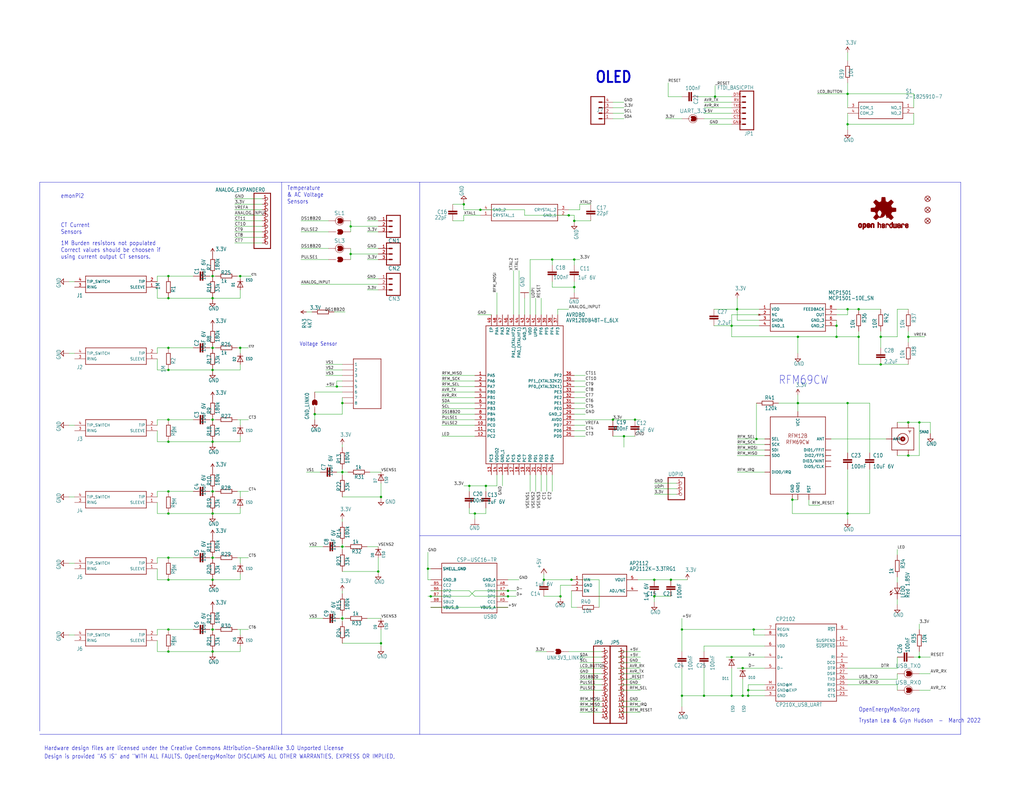
<source format=kicad_sch>
(kicad_sch (version 20230121) (generator eeschema)
  (paper "User" 471.068 369.037)
  (lib_symbols
    (symbol "emonPi_v2.0.1-eagle-import:+5V" (power)
      (property "Value" "+5V" (at -2.54 -5.08 90))
      (symbol "+5V_1_0"
        (pin power_in line (at 0 -2.54 90) (length 2.54) (name "+5V") (number "1"))
      )
    )
    (symbol "emonPi_v2.0.1-eagle-import:2-1825910-7"
      (property "Reference" "S" (at 26.67 7.62 0))
      (symbol "2-1825910-7_1_0"
        (pin bidirectional line (at 30.48 0 180) (length 5.08) (name "NO_1") (number "1"))
        (pin bidirectional line (at 30.48 -2.54 180) (length 5.08) (name "NO_2") (number "2"))
        (pin bidirectional line (at 0 0 0) (length 5.08) (name "COM_1") (number "3"))
        (pin bidirectional line (at 0 -2.54 0) (length 5.08) (name "COM_2") (number "4"))
      )
    )
    (symbol "emonPi_v2.0.1-eagle-import:3.3V" (power)
      (property "Value" "3.3V" (at -1.016 3.556 0))
      (symbol "3.3V_1_0"
        (pin power_in line (at 0 0 90) (length 2.54) (name "3.3V") (number "1"))
      )
    )
    (symbol "emonPi_v2.0.1-eagle-import:AP2112K-3.3TRG1"
      (property "Reference" "IC" (at 26.67 7.62 0))
      (symbol "AP2112K-3.3TRG1_1_0"
        (pin bidirectional line (at 0 0 0) (length 5.08) (name "VIN") (number "1"))
        (pin bidirectional line (at 0 -2.54 0) (length 5.08) (name "GND") (number "2"))
        (pin bidirectional line (at 0 -5.08 0) (length 5.08) (name "EN") (number "3"))
        (pin bidirectional line (at 30.48 -5.08 180) (length 5.08) (name "ADJ/NC") (number "4"))
        (pin bidirectional line (at 30.48 0 180) (length 5.08) (name "VOUT") (number "5"))
      )
    )
    (symbol "emonPi_v2.0.1-eagle-import:AVR128DB48T-E_6LX"
      (property "Reference" "IC" (at 41.91 27.94 0))
      (symbol "AVR128DB48T-E_6LX_1_0"
        (pin bidirectional line (at 0 0 0) (length 5.08) (name "PA5") (number "1"))
        (pin bidirectional line (at 0 -22.86 0) (length 5.08) (name "PC0") (number "10"))
        (pin bidirectional line (at 0 -25.4 0) (length 5.08) (name "PC1") (number "11"))
        (pin bidirectional line (at 0 -27.94 0) (length 5.08) (name "PC2") (number "12"))
        (pin bidirectional line (at 7.62 -45.72 90) (length 5.08) (name "PC3") (number "13"))
        (pin bidirectional line (at 10.16 -45.72 90) (length 5.08) (name "VDDIO2") (number "14"))
        (pin bidirectional line (at 12.7 -45.72 90) (length 5.08) (name "GND_1") (number "15"))
        (pin bidirectional line (at 15.24 -45.72 90) (length 5.08) (name "PC4") (number "16"))
        (pin bidirectional line (at 17.78 -45.72 90) (length 5.08) (name "PC5") (number "17"))
        (pin bidirectional line (at 20.32 -45.72 90) (length 5.08) (name "PC6") (number "18"))
        (pin bidirectional line (at 22.86 -45.72 90) (length 5.08) (name "PC7") (number "19"))
        (pin bidirectional line (at 0 -2.54 0) (length 5.08) (name "PA6") (number "2"))
        (pin bidirectional line (at 25.4 -45.72 90) (length 5.08) (name "PD0") (number "20"))
        (pin bidirectional line (at 27.94 -45.72 90) (length 5.08) (name "PD1") (number "21"))
        (pin bidirectional line (at 30.48 -45.72 90) (length 5.08) (name "PD2") (number "22"))
        (pin bidirectional line (at 33.02 -45.72 90) (length 5.08) (name "PD3") (number "23"))
        (pin bidirectional line (at 35.56 -45.72 90) (length 5.08) (name "PD4") (number "24"))
        (pin bidirectional line (at 45.72 -27.94 180) (length 5.08) (name "PD5") (number "25"))
        (pin bidirectional line (at 45.72 -25.4 180) (length 5.08) (name "PD6") (number "26"))
        (pin bidirectional line (at 45.72 -22.86 180) (length 5.08) (name "PD7") (number "27"))
        (pin bidirectional line (at 45.72 -20.32 180) (length 5.08) (name "AVDD") (number "28"))
        (pin bidirectional line (at 45.72 -17.78 180) (length 5.08) (name "GND_2") (number "29"))
        (pin bidirectional line (at 0 -5.08 0) (length 5.08) (name "PA7") (number "3"))
        (pin bidirectional line (at 45.72 -15.24 180) (length 5.08) (name "PE0") (number "30"))
        (pin bidirectional line (at 45.72 -12.7 180) (length 5.08) (name "PE1") (number "31"))
        (pin bidirectional line (at 45.72 -10.16 180) (length 5.08) (name "PE2") (number "32"))
        (pin bidirectional line (at 45.72 -7.62 180) (length 5.08) (name "PE3") (number "33"))
        (pin bidirectional line (at 45.72 -5.08 180) (length 5.08) (name "PF0_(XTAL32K1)") (number "34"))
        (pin bidirectional line (at 45.72 -2.54 180) (length 5.08) (name "PF1_(XTAL32K2)") (number "35"))
        (pin bidirectional line (at 45.72 0 180) (length 5.08) (name "PF2") (number "36"))
        (pin bidirectional line (at 38.1 27.94 270) (length 5.08) (name "PF3") (number "37"))
        (pin bidirectional line (at 35.56 27.94 270) (length 5.08) (name "PF4") (number "38"))
        (pin bidirectional line (at 33.02 27.94 270) (length 5.08) (name "PF5") (number "39"))
        (pin bidirectional line (at 0 -7.62 0) (length 5.08) (name "PB0") (number "4"))
        (pin bidirectional line (at 30.48 27.94 270) (length 5.08) (name "PF6") (number "40"))
        (pin bidirectional line (at 27.94 27.94 270) (length 5.08) (name "UPDI") (number "41"))
        (pin bidirectional line (at 25.4 27.94 270) (length 5.08) (name "VDD") (number "42"))
        (pin bidirectional line (at 22.86 27.94 270) (length 5.08) (name "GND_3") (number "43"))
        (pin bidirectional line (at 20.32 27.94 270) (length 5.08) (name "PA0_(XTALHF1)") (number "44"))
        (pin bidirectional line (at 17.78 27.94 270) (length 5.08) (name "PA1_(XTALHF2)") (number "45"))
        (pin bidirectional line (at 15.24 27.94 270) (length 5.08) (name "PA2") (number "46"))
        (pin bidirectional line (at 12.7 27.94 270) (length 5.08) (name "PA3") (number "47"))
        (pin bidirectional line (at 10.16 27.94 270) (length 5.08) (name "PA4") (number "48"))
        (pin bidirectional line (at 7.62 27.94 270) (length 5.08) (name "EP") (number "49"))
        (pin bidirectional line (at 0 -10.16 0) (length 5.08) (name "PB1") (number "5"))
        (pin bidirectional line (at 0 -12.7 0) (length 5.08) (name "PB2") (number "6"))
        (pin bidirectional line (at 0 -15.24 0) (length 5.08) (name "PB3") (number "7"))
        (pin bidirectional line (at 0 -17.78 0) (length 5.08) (name "PB4") (number "8"))
        (pin bidirectional line (at 0 -20.32 0) (length 5.08) (name "PB5") (number "9"))
      )
    )
    (symbol "emonPi_v2.0.1-eagle-import:C-EUC0603"
      (property "Reference" "C" (at 1.524 0.381 0))
      (symbol "C-EUC0603_1_0"
        (pin passive line (at 0 2.54 270) (length 2.54) (name "1") (number "1"))
        (pin passive line (at 0 -5.08 90) (length 2.54) (name "2") (number "2"))
      )
    )
    (symbol "emonPi_v2.0.1-eagle-import:CONN_03SCREW"
      (property "Reference" "J" (at -2.54 5.588 0))
      (symbol "CONN_03SCREW_1_0"
        (pin passive line (at 7.62 -2.54 180) (length 5.08) (name "1") (number "1"))
        (pin passive line (at 7.62 0 180) (length 5.08) (name "2") (number "2"))
        (pin passive line (at 7.62 2.54 180) (length 5.08) (name "3") (number "3"))
      )
    )
    (symbol "emonPi_v2.0.1-eagle-import:CONN_04PTH"
      (property "Reference" "J" (at -5.08 8.128 0))
      (symbol "CONN_04PTH_1_0"
        (pin passive line (at 5.08 -2.54 180) (length 5.08) (name "1") (number "1"))
        (pin passive line (at 5.08 0 180) (length 5.08) (name "2") (number "2"))
        (pin passive line (at 5.08 2.54 180) (length 5.08) (name "3") (number "3"))
        (pin passive line (at 5.08 5.08 180) (length 5.08) (name "4") (number "4"))
      )
    )
    (symbol "emonPi_v2.0.1-eagle-import:CP210X_USB_UART"
      (property "Reference" "IC" (at -12.7 19.05 0))
      (symbol "CP210X_USB_UART_1_0"
        (pin input line (at 20.32 0 180) (length 5.08) (name "DCD") (number "1"))
        (pin output line (at 20.32 7.62 180) (length 5.08) (name "~{SUSPEND}") (number "11"))
        (pin output line (at 20.32 10.16 180) (length 5.08) (name "SUSPEND") (number "12"))
        (pin input line (at 20.32 2.54 180) (length 5.08) (name "RI") (number "2"))
        (pin input line (at 20.32 -15.24 180) (length 5.08) (name "CTS") (number "23"))
        (pin output line (at 20.32 -12.7 180) (length 5.08) (name "RTS") (number "24"))
        (pin input line (at 20.32 -10.16 180) (length 5.08) (name "RXD") (number "25"))
        (pin output line (at 20.32 -7.62 180) (length 5.08) (name "TXD") (number "26"))
        (pin input line (at 20.32 -5.08 180) (length 5.08) (name "DSR") (number "27"))
        (pin output line (at 20.32 -2.54 180) (length 5.08) (name "DTR") (number "28"))
        (pin power_in line (at -17.78 -15.24 0) (length 5.08) (name "GND") (number "3"))
        (pin bidirectional line (at -17.78 2.54 0) (length 5.08) (name "D+") (number "4"))
        (pin bidirectional line (at -17.78 -2.54 0) (length 5.08) (name "D-") (number "5"))
        (pin power_in line (at -17.78 7.62 0) (length 5.08) (name "VDD") (number "6"))
        (pin passive line (at -17.78 15.24 0) (length 5.08) (name "REGIN") (number "7"))
        (pin input line (at -17.78 12.7 0) (length 5.08) (name "VBUS") (number "8"))
        (pin bidirectional line (at 20.32 15.24 180) (length 5.08) (name "~{RST}") (number "9"))
        (pin power_in line (at -17.78 -12.7 0) (length 5.08) (name "GND@EXP") (number "EXP"))
        (pin power_in line (at -17.78 -10.16 0) (length 5.08) (name "GND@M") (number "M"))
      )
    )
    (symbol "emonPi_v2.0.1-eagle-import:CSP-USC16-TR"
      (property "Reference" "J" (at -12.7 13.462 0))
      (symbol "CSP-USC16-TR_1_0"
        (pin power_in line (at -17.78 -2.54 0) (length 5.08) (name "GND_A") (number "A1"))
        (pin power_in line (at -17.78 -2.54 0) (length 5.08) (name "GND_A") (number "A12"))
        (pin power_in line (at -17.78 10.16 0) (length 5.08) (name "VBUS_A") (number "A4"))
        (pin bidirectional line (at -17.78 7.62 0) (length 5.08) (name "CC1") (number "A5"))
        (pin bidirectional line (at -17.78 5.08 0) (length 5.08) (name "DP1") (number "A6"))
        (pin bidirectional line (at -17.78 2.54 0) (length 5.08) (name "DN1") (number "A7"))
        (pin bidirectional line (at -17.78 0 0) (length 5.08) (name "SBU1") (number "A8"))
        (pin power_in line (at -17.78 10.16 0) (length 5.08) (name "VBUS_A") (number "A9"))
        (pin power_in line (at 17.78 -2.54 180) (length 5.08) (name "GND_B") (number "B1"))
        (pin power_in line (at 17.78 -2.54 180) (length 5.08) (name "GND_B") (number "B12"))
        (pin power_in line (at 17.78 10.16 180) (length 5.08) (name "VBUS_B") (number "B4"))
        (pin bidirectional line (at 17.78 0 180) (length 5.08) (name "CC2") (number "B5"))
        (pin bidirectional line (at 17.78 2.54 180) (length 5.08) (name "DP2") (number "B6"))
        (pin bidirectional line (at 17.78 5.08 180) (length 5.08) (name "DN2") (number "B7"))
        (pin bidirectional line (at 17.78 7.62 180) (length 5.08) (name "SBU2") (number "B8"))
        (pin power_in line (at 17.78 10.16 180) (length 5.08) (name "VBUS_B") (number "B9"))
        (pin power_in line (at 17.78 -7.62 180) (length 5.08) (name "SHELL_GND") (number "S1"))
        (pin power_in line (at 17.78 -7.62 180) (length 5.08) (name "SHELL_GND") (number "S2"))
        (pin power_in line (at 17.78 -7.62 180) (length 5.08) (name "SHELL_GND") (number "S3"))
        (pin power_in line (at 17.78 -7.62 180) (length 5.08) (name "SHELL_GND") (number "S4"))
      )
    )
    (symbol "emonPi_v2.0.1-eagle-import:DIODESOD-523"
      (property "Reference" "D" (at -2.54 2.54 0))
      (symbol "DIODESOD-523_1_0"
        (pin passive line (at -2.54 0 0) (length 2.54) (name "A") (number "A"))
        (pin passive line (at 2.54 0 180) (length 2.54) (name "C") (number "K"))
      )
    )
    (symbol "emonPi_v2.0.1-eagle-import:FIDUCIAL1X2")
    (symbol "emonPi_v2.0.1-eagle-import:FTDI_BASICPTH"
      (property "Reference" "JP" (at -5.08 10.922 0))
      (symbol "FTDI_BASICPTH_1_0"
        (pin passive line (at 5.08 5.08 180) (length 5.08) (name "5") (number "CTS"))
        (pin passive line (at 5.08 -5.08 180) (length 5.08) (name "1") (number "DTR"))
        (pin passive line (at 5.08 7.62 180) (length 5.08) (name "6") (number "GND"))
        (pin passive line (at 5.08 -2.54 180) (length 5.08) (name "2") (number "RXI"))
        (pin passive line (at 5.08 0 180) (length 5.08) (name "3") (number "TXO"))
        (pin passive line (at 5.08 2.54 180) (length 5.08) (name "4") (number "VCC"))
      )
    )
    (symbol "emonPi_v2.0.1-eagle-import:JUMPER-SMT_2_NC_PASTE_NO-SILK"
      (property "Reference" "JP" (at 0 3.556 0))
      (symbol "JUMPER-SMT_2_NC_PASTE_NO-SILK_1_0"
        (pin passive line (at -5.08 0 0) (length 2.54) (name "1") (number "1"))
        (pin passive line (at 5.08 0 180) (length 2.54) (name "2") (number "2"))
      )
    )
    (symbol "emonPi_v2.0.1-eagle-import:LEDCHIP-LED0805"
      (property "Reference" "LED" (at 3.556 -4.572 90))
      (symbol "LEDCHIP-LED0805_1_0"
        (pin passive line (at 0 2.54 270) (length 2.54) (name "A") (number "A"))
        (pin passive line (at 0 -5.08 90) (length 2.54) (name "C") (number "C"))
      )
    )
    (symbol "emonPi_v2.0.1-eagle-import:MCP1501-10E_SN"
      (property "Reference" "IC" (at 31.75 7.62 0))
      (symbol "MCP1501-10E_SN_1_0"
        (pin bidirectional line (at 0 0 0) (length 5.08) (name "VDD") (number "1"))
        (pin no_connect line (at 0 -2.54 0) (length 5.08) (name "NC") (number "2"))
        (pin bidirectional line (at 0 -5.08 0) (length 5.08) (name "SHDN") (number "3"))
        (pin bidirectional line (at 0 -7.62 0) (length 5.08) (name "GND_1") (number "4"))
        (pin bidirectional line (at 35.56 -7.62 180) (length 5.08) (name "GND_2") (number "5"))
        (pin bidirectional line (at 35.56 -5.08 180) (length 5.08) (name "GND_3") (number "6"))
        (pin bidirectional line (at 35.56 -2.54 180) (length 5.08) (name "OUT") (number "7"))
        (pin bidirectional line (at 35.56 0 180) (length 5.08) (name "FEEDBACK") (number "8"))
      )
    )
    (symbol "emonPi_v2.0.1-eagle-import:MCSJK-7U-12.00-12-10-80-B-10"
      (property "Reference" "Y" (at 36.83 7.62 0))
      (symbol "MCSJK-7U-12.00-12-10-80-B-10_1_0"
        (pin bidirectional line (at 0 -2.54 0) (length 5.08) (name "CRYSTAL_1") (number "1"))
        (pin bidirectional line (at 40.64 -2.54 180) (length 5.08) (name "GND_1") (number "2"))
        (pin bidirectional line (at 40.64 0 180) (length 5.08) (name "CRYSTAL_2") (number "3"))
        (pin bidirectional line (at 0 0 0) (length 5.08) (name "GND_2") (number "4"))
      )
    )
    (symbol "emonPi_v2.0.1-eagle-import:OSHW-LOGOS-COPPER")
    (symbol "emonPi_v2.0.1-eagle-import:PINHD-1X13_BIG"
      (property "Reference" "JP" (at -6.35 18.415 0))
      (symbol "PINHD-1X13_BIG_1_0"
        (pin passive inverted (at -2.54 15.24 0) (length 2.54) (name "1") (number "1"))
        (pin passive inverted (at -2.54 -7.62 0) (length 2.54) (name "10") (number "10"))
        (pin passive inverted (at -2.54 -10.16 0) (length 2.54) (name "11") (number "11"))
        (pin passive inverted (at -2.54 -12.7 0) (length 2.54) (name "12") (number "12"))
        (pin passive inverted (at -2.54 -15.24 0) (length 2.54) (name "13") (number "13"))
        (pin passive inverted (at -2.54 12.7 0) (length 2.54) (name "2") (number "2"))
        (pin passive inverted (at -2.54 10.16 0) (length 2.54) (name "3") (number "3"))
        (pin passive inverted (at -2.54 7.62 0) (length 2.54) (name "4") (number "4"))
        (pin passive inverted (at -2.54 5.08 0) (length 2.54) (name "5") (number "5"))
        (pin passive inverted (at -2.54 2.54 0) (length 2.54) (name "6") (number "6"))
        (pin passive inverted (at -2.54 0 0) (length 2.54) (name "7") (number "7"))
        (pin passive inverted (at -2.54 -2.54 0) (length 2.54) (name "8") (number "8"))
        (pin passive inverted (at -2.54 -5.08 0) (length 2.54) (name "9") (number "9"))
      )
    )
    (symbol "emonPi_v2.0.1-eagle-import:PINHD-1X3"
      (property "Reference" "JP" (at -6.35 5.715 0))
      (symbol "PINHD-1X3_1_0"
        (pin passive inverted (at -2.54 2.54 0) (length 2.54) (name "1") (number "1"))
        (pin passive inverted (at -2.54 0 0) (length 2.54) (name "2") (number "2"))
        (pin passive inverted (at -2.54 -2.54 0) (length 2.54) (name "3") (number "3"))
      )
    )
    (symbol "emonPi_v2.0.1-eagle-import:PINHD-1X9"
      (property "Reference" "JP" (at -6.35 13.335 0))
      (symbol "PINHD-1X9_1_0"
        (pin passive inverted (at -2.54 10.16 0) (length 2.54) (name "1") (number "1"))
        (pin passive inverted (at -2.54 7.62 0) (length 2.54) (name "2") (number "2"))
        (pin passive inverted (at -2.54 5.08 0) (length 2.54) (name "3") (number "3"))
        (pin passive inverted (at -2.54 2.54 0) (length 2.54) (name "4") (number "4"))
        (pin passive inverted (at -2.54 0 0) (length 2.54) (name "5") (number "5"))
        (pin passive inverted (at -2.54 -2.54 0) (length 2.54) (name "6") (number "6"))
        (pin passive inverted (at -2.54 -5.08 0) (length 2.54) (name "7") (number "7"))
        (pin passive inverted (at -2.54 -7.62 0) (length 2.54) (name "8") (number "8"))
        (pin passive inverted (at -2.54 -10.16 0) (length 2.54) (name "9") (number "9"))
      )
    )
    (symbol "emonPi_v2.0.1-eagle-import:R-EU_R0603"
      (property "Reference" "R" (at -3.81 1.4986 0))
      (symbol "R-EU_R0603_1_0"
        (pin passive line (at -5.08 0 0) (length 2.54) (name "1") (number "1"))
        (pin passive line (at 5.08 0 180) (length 2.54) (name "2") (number "2"))
      )
    )
    (symbol "emonPi_v2.0.1-eagle-import:R-EU_R1206"
      (property "Reference" "R" (at -3.81 1.4986 0))
      (symbol "R-EU_R1206_1_0"
        (pin passive line (at -5.08 0 0) (length 2.54) (name "1") (number "1"))
        (pin passive line (at 5.08 0 180) (length 2.54) (name "2") (number "2"))
      )
    )
    (symbol "emonPi_v2.0.1-eagle-import:RFM12B/69CW"
      (symbol "RFM12B/69CW_1_0"
        (text "RFM12B\nRFM69CW" (at -0.1016 7.6708 0) (effects (font (size 1.778 1.5113)) (justify bottom)))
        (pin passive line (at 15.24 10.16 180) (length 2.54) (name "ANT") (number "ANT"))
        (pin passive line (at 15.24 -2.54 180) (length 2.54) (name "DI05/CLK") (number "CLK"))
        (pin passive line (at 15.24 5.08 180) (length 2.54) (name "DI01/FFIT") (number "FFIT"))
        (pin bidirectional line (at 15.24 2.54 180) (length 2.54) (name "DI02/FFS") (number "FFS"))
        (pin power_in line (at -2.54 -17.78 90) (length 2.54) (name "GND") (number "GND"))
        (pin power_in line (at 0 -17.78 90) (length 2.54) (name "GND1") (number "GND1"))
        (pin open_collector line (at -15.24 -5.08 0) (length 2.54) (name "DIO0/IRQ") (number "IRQ"))
        (pin passive line (at 15.24 0 180) (length 2.54) (name "DI03/NINT") (number "NINT"))
        (pin open_collector line (at 5.08 -17.78 90) (length 2.54) (name "RST") (number "RST"))
        (pin input line (at -15.24 7.62 0) (length 2.54) (name "SCK") (number "SCK"))
        (pin input line (at -15.24 5.08 0) (length 2.54) (name "SDI") (number "SDI"))
        (pin output line (at -15.24 2.54 0) (length 2.54) (name "SDO") (number "SDO"))
        (pin input line (at -15.24 10.16 0) (length 2.54) (name "SEL") (number "SEL"))
        (pin power_in line (at 0 22.86 270) (length 2.54) (name "VCC") (number "VDD"))
      )
    )
    (symbol "emonPi_v2.0.1-eagle-import:RJ45-8PTH"
      (symbol "RJ45-8PTH_1_0"
        (pin bidirectional line (at -12.7 10.16 0) (length 5.08) (name "1") (number "1"))
        (pin bidirectional line (at -12.7 7.62 0) (length 5.08) (name "2") (number "2"))
        (pin bidirectional line (at -12.7 5.08 0) (length 5.08) (name "3") (number "3"))
        (pin bidirectional line (at -12.7 2.54 0) (length 5.08) (name "4") (number "4"))
        (pin bidirectional line (at -12.7 0 0) (length 5.08) (name "5") (number "5"))
        (pin bidirectional line (at -12.7 -2.54 0) (length 5.08) (name "6") (number "6"))
        (pin bidirectional line (at -12.7 -5.08 0) (length 5.08) (name "7") (number "7"))
        (pin bidirectional line (at -12.7 -7.62 0) (length 5.08) (name "8") (number "8"))
      )
    )
    (symbol "emonPi_v2.0.1-eagle-import:SJ-3524-SMT-TR"
      (property "Reference" "J" (at 34.29 7.62 0))
      (symbol "SJ-3524-SMT-TR_1_0"
        (pin bidirectional line (at 0 0 0) (length 5.08) (name "SLEEVE") (number "1"))
        (pin bidirectional line (at 0 -2.54 0) (length 5.08) (name "TIP") (number "2"))
        (pin bidirectional line (at 38.1 0 180) (length 5.08) (name "RING") (number "3"))
        (pin bidirectional line (at 38.1 -2.54 180) (length 5.08) (name "TIP_SWITCH") (number "4"))
      )
    )
    (symbol "emonPi_v2.0.1-eagle-import:SMACONNECTOR"
      (property "Reference" "X" (at 7.62 2.54 0))
      (symbol "SMACONNECTOR_1_0"
        (pin bidirectional line (at -7.62 0 0) (length 2.54) (name "ANT") (number "ANTENNA"))
        (pin power_in line (at -2.54 7.62 270) (length 2.54) (name "GND1") (number "GND1"))
        (pin power_in line (at 2.54 7.62 270) (length 2.54) (name "GND2") (number "GND2"))
        (pin power_in line (at -2.54 -7.62 90) (length 2.54) (name "GND3") (number "GND3"))
        (pin power_in line (at 2.54 -7.62 90) (length 2.54) (name "GND4") (number "GND4"))
      )
    )
    (symbol "emonPi_v2.0.1-eagle-import:SOLDERJUMPERNC"
      (property "Reference" "SJ" (at -2.54 2.54 0))
      (symbol "SOLDERJUMPERNC_1_0"
        (pin passive line (at -5.08 0 0) (length 2.54) (name "1") (number "1"))
        (pin passive line (at 5.08 0 180) (length 2.54) (name "2") (number "2"))
      )
    )
    (symbol "emonPi_v2.0.1-eagle-import:rcl_C-EUC0603"
      (property "Reference" "C" (at 1.524 0.381 0))
      (symbol "rcl_C-EUC0603_1_0"
        (pin passive line (at 0 2.54 270) (length 2.54) (name "1") (number "1"))
        (pin passive line (at 0 -5.08 90) (length 2.54) (name "2") (number "2"))
      )
    )
    (symbol "emonPi_v2.0.1-eagle-import:supply1_GND" (power)
      (property "Value" "supply1_GND" (at -2.54 -2.54 0))
      (symbol "supply1_GND_1_0"
        (pin power_in line (at 0 2.54 270) (length 2.54) (name "GND") (number "1"))
      )
    )
    (symbol "emonPi_v2.0.1-eagle-import:supply2_GND" (power)
      (property "Value" "supply2_GND" (at -1.905 -3.175 0))
      (symbol "supply2_GND_1_0"
        (pin power_in line (at 0 2.54 270) (length 2.54) (name "GND") (number "1"))
      )
    )
  )
  (junction (at 77.47 170.18))
  (junction (at 157.48 217.17))
  (junction (at 77.47 127))
  (junction (at 77.47 299.72))
  (junction (at 300.99 274.32))
  (junction (at 300.99 266.7))
  (junction (at 97.79 203.2))
  (junction (at 328.93 44.45))
  (junction (at 287.02 200.66))
  (junction (at 336.55 302.26))
  (junction (at 394.97 154.94))
  (junction (at 389.89 236.22))
  (junction (at 144.78 190.5))
  (junction (at 173.99 262.89))
  (junction (at 97.79 236.22))
  (junction (at 175.26 295.91))
  (junction (at 220.98 96.52))
  (junction (at 417.83 194.31))
  (junction (at 154.94 177.8))
  (junction (at 218.44 236.22))
  (junction (at 97.79 299.72))
  (junction (at 336.55 149.86))
  (junction (at 417.83 209.55))
  (junction (at 77.47 160.02))
  (junction (at 347.98 201.93))
  (junction (at 97.79 127))
  (junction (at 175.26 228.6))
  (junction (at 264.16 132.08))
  (junction (at 77.47 289.56))
  (junction (at 97.79 170.18))
  (junction (at 77.47 236.22))
  (junction (at 77.47 256.54))
  (junction (at 313.69 320.04))
  (junction (at 213.36 93.98))
  (junction (at 261.62 99.06))
  (junction (at 97.79 289.56))
  (junction (at 405.13 154.94))
  (junction (at 257.81 274.32))
  (junction (at 394.97 142.24))
  (junction (at 97.79 137.16))
  (junction (at 77.47 193.04))
  (junction (at 336.55 320.04))
  (junction (at 97.79 193.04))
  (junction (at 389.89 43.18))
  (junction (at 110.49 160.02))
  (junction (at 405.13 167.64))
  (junction (at 389.89 185.42))
  (junction (at 97.79 256.54))
  (junction (at 281.94 193.04))
  (junction (at 157.48 185.42))
  (junction (at 292.1 193.04))
  (junction (at 367.03 185.42))
  (junction (at 157.48 251.46))
  (junction (at 389.89 142.24))
  (junction (at 339.09 142.24))
  (junction (at 262.89 266.7))
  (junction (at 341.63 320.04))
  (junction (at 364.49 229.87))
  (junction (at 346.71 289.56))
  (junction (at 157.48 284.48))
  (junction (at 97.79 266.7))
  (junction (at 313.69 289.56))
  (junction (at 110.49 127))
  (junction (at 417.83 154.94))
  (junction (at 344.17 317.5))
  (junction (at 254 119.38))
  (junction (at 264.16 101.6))
  (junction (at 97.79 226.06))
  (junction (at 233.68 271.78))
  (junction (at 223.52 223.52))
  (junction (at 389.89 57.15))
  (junction (at 422.91 302.26))
  (junction (at 323.85 320.04))
  (junction (at 344.17 320.04))
  (junction (at 77.47 266.7))
  (junction (at 77.47 137.16))
  (junction (at 161.29 116.84))
  (junction (at 384.81 149.86))
  (junction (at 233.68 274.32))
  (junction (at 161.29 104.14))
  (junction (at 341.63 307.34))
  (junction (at 77.47 203.2))
  (junction (at 384.81 154.94))
  (junction (at 215.9 223.52))
  (junction (at 422.91 194.31))
  (junction (at 367.03 154.94))
  (junction (at 308.61 266.7))
  (junction (at 196.85 261.62))
  (junction (at 97.79 160.02))
  (junction (at 264.16 119.38))
  (junction (at 198.12 274.32))
  (junction (at 77.47 226.06))
  (junction (at 250.19 266.7))
  (wire (pts (xy 157.48 295.91) (xy 175.26 295.91)) (stroke (width 0.1524)))
  (wire (pts (xy 157.48 217.17) (xy 157.48 218.44)) (stroke (width 0.1524)))
  (wire (pts (xy 417.83 154.94) (xy 417.83 152.4)) (stroke (width 0.1524)))
  (wire (pts (xy 347.98 185.42) (xy 347.98 201.93)) (stroke (width 0.1524)))
  (wire (pts (xy 218.44 187.96) (xy 203.2 187.96)) (stroke (width 0.1524)))
  (wire (pts (xy 241.3 99.06) (xy 261.62 99.06)) (stroke (width 0.1524)))
  (wire (pts (xy 276.86 304.8) (xy 266.7 304.8)) (stroke (width 0.1524)))
  (wire (pts (xy 284.48 307.34) (xy 294.64 307.34)) (stroke (width 0.1524)))
  (wire (pts (xy 264.16 193.04) (xy 281.94 193.04)) (stroke (width 0.1524)))
  (wire (pts (xy 412.75 278.13) (xy 412.75 275.59)) (stroke (width 0.1524)))
  (wire (pts (xy 96.52 226.06) (xy 97.79 226.06)) (stroke (width 0.1524)))
  (wire (pts (xy 157.48 284.48) (xy 156.21 284.48)) (stroke (width 0.1524)))
  (wire (pts (xy 151.13 119.38) (xy 138.43 119.38)) (stroke (width 0.1524)))
  (wire (pts (xy 264.16 129.54) (xy 264.16 132.08)) (stroke (width 0.1524)))
  (wire (pts (xy 336.55 44.45) (xy 328.93 44.45)) (stroke (width 0.1524)))
  (wire (pts (xy 170.18 217.17) (xy 175.26 217.17)) (stroke (width 0.1524)))
  (wire (pts (xy 389.89 43.18) (xy 375.92 43.18)) (stroke (width 0.1524)))
  (wire (pts (xy 97.79 160.02) (xy 99.06 160.02)) (stroke (width 0.1524)))
  (wire (pts (xy 72.39 231.14) (xy 72.39 236.22)) (stroke (width 0.1524)))
  (wire (pts (xy 213.36 101.6) (xy 213.36 99.06)) (stroke (width 0.1524)))
  (wire (pts (xy 97.79 289.56) (xy 99.06 289.56)) (stroke (width 0.1524)))
  (wire (pts (xy 157.48 283.21) (xy 157.48 284.48)) (stroke (width 0.1524)))
  (wire (pts (xy 275.59 279.4) (xy 275.59 266.7)) (stroke (width 0.1524)))
  (wire (pts (xy 77.47 193.04) (xy 72.39 193.04)) (stroke (width 0.1524)))
  (wire (pts (xy 158.75 284.48) (xy 157.48 284.48)) (stroke (width 0.1524)))
  (wire (pts (xy 264.16 177.8) (xy 269.24 177.8)) (stroke (width 0.1524)))
  (wire (pts (xy 351.79 217.17) (xy 339.09 217.17)) (stroke (width 0.1524)))
  (wire (pts (xy 110.49 236.22) (xy 110.49 233.68)) (stroke (width 0.1524)))
  (wire (pts (xy 336.55 154.94) (xy 336.55 149.86)) (stroke (width 0.1524)))
  (wire (pts (xy 120.65 99.06) (xy 107.95 99.06)) (stroke (width 0.1524)))
  (wire (pts (xy 394.97 167.64) (xy 405.13 167.64)) (stroke (width 0.1524)))
  (wire (pts (xy 77.47 266.7) (xy 97.79 266.7)) (stroke (width 0.1524)))
  (wire (pts (xy 262.89 271.78) (xy 262.89 279.4)) (stroke (width 0.1524)))
  (wire (pts (xy 341.63 320.04) (xy 344.17 320.04)) (stroke (width 0.1524)))
  (wire (pts (xy 336.55 52.07) (xy 323.85 52.07)) (stroke (width 0.1524)))
  (polyline (pts (xy 18.288 336.296) (xy 18.288 83.82)) (stroke (width 0.1524) (type solid)))
  (wire (pts (xy 110.49 127) (xy 115.57 127)) (stroke (width 0.1524)))
  (wire (pts (xy 281.94 46.99) (xy 287.02 46.99)) (stroke (width 0.1524)))
  (wire (pts (xy 72.39 198.12) (xy 72.39 203.2)) (stroke (width 0.1524)))
  (wire (pts (xy 120.65 101.6) (xy 107.95 101.6)) (stroke (width 0.1524)))
  (wire (pts (xy 243.84 144.78) (xy 243.84 119.38)) (stroke (width 0.1524)))
  (wire (pts (xy 300.99 266.7) (xy 308.61 266.7)) (stroke (width 0.1524)))
  (wire (pts (xy 151.13 114.3) (xy 138.43 114.3)) (stroke (width 0.1524)))
  (wire (pts (xy 341.63 307.34) (xy 339.09 307.34)) (stroke (width 0.1524)))
  (wire (pts (xy 153.67 143.51) (xy 158.75 143.51)) (stroke (width 0.1524)))
  (wire (pts (xy 250.19 274.32) (xy 257.81 274.32)) (stroke (width 0.1524)))
  (wire (pts (xy 72.39 266.7) (xy 77.47 266.7)) (stroke (width 0.1524)))
  (wire (pts (xy 236.22 144.78) (xy 236.22 124.46)) (stroke (width 0.1524)))
  (wire (pts (xy 389.89 52.07) (xy 389.89 57.15)) (stroke (width 0.1524)))
  (wire (pts (xy 281.94 200.66) (xy 287.02 200.66)) (stroke (width 0.1524)))
  (wire (pts (xy 264.16 200.66) (xy 269.24 200.66)) (stroke (width 0.1524)))
  (wire (pts (xy 72.39 137.16) (xy 77.47 137.16)) (stroke (width 0.1524)))
  (wire (pts (xy 336.55 54.61) (xy 323.85 54.61)) (stroke (width 0.1524)))
  (wire (pts (xy 243.84 119.38) (xy 254 119.38)) (stroke (width 0.1524)))
  (wire (pts (xy 77.47 127) (xy 88.9 127)) (stroke (width 0.1524)))
  (wire (pts (xy 77.47 236.22) (xy 97.79 236.22)) (stroke (width 0.1524)))
  (polyline (pts (xy 129.54 83.82) (xy 129.54 337.82)) (stroke (width 0.1524) (type solid)))
  (wire (pts (xy 109.22 289.56) (xy 114.3 289.56)) (stroke (width 0.1524)))
  (wire (pts (xy 233.68 271.78) (xy 237.49 271.78)) (stroke (width 0.1524)))
  (wire (pts (xy 351.79 204.47) (xy 339.09 204.47)) (stroke (width 0.1524)))
  (wire (pts (xy 173.99 106.68) (xy 168.91 106.68)) (stroke (width 0.1524)))
  (wire (pts (xy 110.49 228.6) (xy 110.49 226.06)) (stroke (width 0.1524)))
  (wire (pts (xy 422.91 309.88) (xy 427.99 309.88)) (stroke (width 0.1524)))
  (wire (pts (xy 77.47 160.02) (xy 88.9 160.02)) (stroke (width 0.1524)))
  (wire (pts (xy 389.89 43.18) (xy 389.89 49.53)) (stroke (width 0.1524)))
  (wire (pts (xy 384.81 144.78) (xy 389.89 144.78)) (stroke (width 0.1524)))
  (wire (pts (xy 148.59 284.48) (xy 142.24 284.48)) (stroke (width 0.1524)))
  (wire (pts (xy 346.71 289.56) (xy 346.71 292.1)) (stroke (width 0.1524)))
  (wire (pts (xy 422.91 302.26) (xy 427.99 302.26)) (stroke (width 0.1524)))
  (wire (pts (xy 313.69 54.61) (xy 306.07 54.61)) (stroke (width 0.1524)))
  (wire (pts (xy 261.62 96.52) (xy 266.7 96.52)) (stroke (width 0.1524)))
  (wire (pts (xy 336.55 320.04) (xy 341.63 320.04)) (stroke (width 0.1524)))
  (wire (pts (xy 157.48 217.17) (xy 160.02 217.17)) (stroke (width 0.1524)))
  (wire (pts (xy 287.02 200.66) (xy 287.02 205.74)) (stroke (width 0.1524)))
  (wire (pts (xy 341.63 312.42) (xy 341.63 320.04)) (stroke (width 0.1524)))
  (wire (pts (xy 313.69 289.56) (xy 313.69 284.48)) (stroke (width 0.1524)))
  (wire (pts (xy 417.83 142.24) (xy 412.75 142.24)) (stroke (width 0.1524)))
  (polyline (pts (xy 18.288 337.82) (xy 129.54 337.82)) (stroke (width 0.1524) (type solid)))
  (wire (pts (xy 300.99 274.32) (xy 300.99 276.86)) (stroke (width 0.1524)))
  (wire (pts (xy 120.65 111.76) (xy 107.95 111.76)) (stroke (width 0.1524)))
  (wire (pts (xy 31.75 292.1) (xy 34.29 292.1)) (stroke (width 0.1524)))
  (wire (pts (xy 389.89 236.22) (xy 389.89 215.9)) (stroke (width 0.1524)))
  (wire (pts (xy 223.52 223.52) (xy 215.9 223.52)) (stroke (width 0.1524)))
  (wire (pts (xy 157.48 180.34) (xy 144.78 180.34)) (stroke (width 0.1524)))
  (wire (pts (xy 173.99 114.3) (xy 168.91 114.3)) (stroke (width 0.1524)))
  (wire (pts (xy 97.79 193.04) (xy 99.06 193.04)) (stroke (width 0.1524)))
  (wire (pts (xy 311.15 224.79) (xy 300.99 224.79)) (stroke (width 0.1524)))
  (wire (pts (xy 276.86 322.58) (xy 266.7 322.58)) (stroke (width 0.1524)))
  (wire (pts (xy 157.48 238.76) (xy 157.48 240.03)) (stroke (width 0.1524)))
  (wire (pts (xy 72.39 203.2) (xy 77.47 203.2)) (stroke (width 0.1524)))
  (wire (pts (xy 233.68 266.7) (xy 238.76 266.7)) (stroke (width 0.1524)))
  (wire (pts (xy 275.59 266.7) (xy 262.89 266.7)) (stroke (width 0.1524)))
  (wire (pts (xy 323.85 297.18) (xy 323.85 299.72)) (stroke (width 0.1524)))
  (wire (pts (xy 405.13 154.94) (xy 405.13 160.02)) (stroke (width 0.1524)))
  (wire (pts (xy 284.48 322.58) (xy 294.64 322.58)) (stroke (width 0.1524)))
  (wire (pts (xy 427.99 194.31) (xy 427.99 199.39)) (stroke (width 0.1524)))
  (wire (pts (xy 417.83 157.48) (xy 417.83 154.94)) (stroke (width 0.1524)))
  (wire (pts (xy 284.48 302.26) (xy 294.64 302.26)) (stroke (width 0.1524)))
  (wire (pts (xy 311.15 227.33) (xy 300.99 227.33)) (stroke (width 0.1524)))
  (wire (pts (xy 251.46 299.72) (xy 246.38 299.72)) (stroke (width 0.1524)))
  (wire (pts (xy 110.49 127) (xy 110.49 128.27)) (stroke (width 0.1524)))
  (wire (pts (xy 251.46 218.44) (xy 251.46 226.06)) (stroke (width 0.1524)))
  (wire (pts (xy 77.47 170.18) (xy 97.79 170.18)) (stroke (width 0.1524)))
  (wire (pts (xy 72.39 294.64) (xy 72.39 299.72)) (stroke (width 0.1524)))
  (wire (pts (xy 241.3 144.78) (xy 241.3 137.16)) (stroke (width 0.1524)))
  (wire (pts (xy 77.47 289.56) (xy 72.39 289.56)) (stroke (width 0.1524)))
  (wire (pts (xy 241.3 96.52) (xy 241.3 99.06)) (stroke (width 0.1524)))
  (wire (pts (xy 281.94 193.04) (xy 292.1 193.04)) (stroke (width 0.1524)))
  (wire (pts (xy 109.22 256.54) (xy 114.3 256.54)) (stroke (width 0.1524)))
  (wire (pts (xy 266.7 93.98) (xy 271.78 93.98)) (stroke (width 0.1524)))
  (wire (pts (xy 292.1 193.04) (xy 294.64 193.04)) (stroke (width 0.1524)))
  (wire (pts (xy 412.75 154.94) (xy 405.13 154.94)) (stroke (width 0.1524)))
  (wire (pts (xy 196.85 266.7) (xy 198.12 266.7)) (stroke (width 0.1524)))
  (wire (pts (xy 257.81 269.24) (xy 257.81 274.32)) (stroke (width 0.1524)))
  (wire (pts (xy 110.49 203.2) (xy 110.49 200.66)) (stroke (width 0.1524)))
  (wire (pts (xy 231.14 218.44) (xy 231.14 223.52)) (stroke (width 0.1524)))
  (wire (pts (xy 384.81 154.94) (xy 367.03 154.94)) (stroke (width 0.1524)))
  (wire (pts (xy 394.97 154.94) (xy 394.97 167.64)) (stroke (width 0.1524)))
  (wire (pts (xy 157.48 228.6) (xy 175.26 228.6)) (stroke (width 0.1524)))
  (wire (pts (xy 276.86 312.42) (xy 266.7 312.42)) (stroke (width 0.1524)))
  (wire (pts (xy 220.98 96.52) (xy 241.3 96.52)) (stroke (width 0.1524)))
  (wire (pts (xy 120.65 104.14) (xy 107.95 104.14)) (stroke (width 0.1524)))
  (wire (pts (xy 151.13 101.6) (xy 138.43 101.6)) (stroke (width 0.1524)))
  (wire (pts (xy 97.79 170.18) (xy 110.49 170.18)) (stroke (width 0.1524)))
  (wire (pts (xy 367.03 185.42) (xy 367.03 181.61)) (stroke (width 0.1524)))
  (wire (pts (xy 412.75 209.55) (xy 417.83 209.55)) (stroke (width 0.1524)))
  (wire (pts (xy 228.6 218.44) (xy 228.6 223.52)) (stroke (width 0.1524)))
  (wire (pts (xy 147.32 217.17) (xy 140.97 217.17)) (stroke (width 0.1524)))
  (wire (pts (xy 293.37 266.7) (xy 300.99 266.7)) (stroke (width 0.1524)))
  (wire (pts (xy 389.89 314.96) (xy 412.75 314.96)) (stroke (width 0.1524)))
  (wire (pts (xy 157.48 182.88) (xy 157.48 185.42)) (stroke (width 0.1524)))
  (wire (pts (xy 72.39 165.1) (xy 72.39 170.18)) (stroke (width 0.1524)))
  (wire (pts (xy 394.97 152.4) (xy 394.97 154.94)) (stroke (width 0.1524)))
  (wire (pts (xy 77.47 289.56) (xy 88.9 289.56)) (stroke (width 0.1524)))
  (wire (pts (xy 151.13 106.68) (xy 138.43 106.68)) (stroke (width 0.1524)))
  (wire (pts (xy 144.78 190.5) (xy 144.78 193.04)) (stroke (width 0.1524)))
  (wire (pts (xy 238.76 144.78) (xy 238.76 124.46)) (stroke (width 0.1524)))
  (wire (pts (xy 276.86 302.26) (xy 266.7 302.26)) (stroke (width 0.1524)))
  (wire (pts (xy 349.25 142.24) (xy 339.09 142.24)) (stroke (width 0.1524)))
  (polyline (pts (xy 193.04 83.82) (xy 193.04 246.38)) (stroke (width 0.1524) (type solid)))
  (wire (pts (xy 31.75 129.54) (xy 34.29 129.54)) (stroke (width 0.1524)))
  (wire (pts (xy 109.22 226.06) (xy 114.3 226.06)) (stroke (width 0.1524)))
  (wire (pts (xy 96.52 193.04) (xy 97.79 193.04)) (stroke (width 0.1524)))
  (wire (pts (xy 422.91 194.31) (xy 427.99 194.31)) (stroke (width 0.1524)))
  (wire (pts (xy 417.83 167.64) (xy 405.13 167.64)) (stroke (width 0.1524)))
  (wire (pts (xy 223.52 233.68) (xy 223.52 236.22)) (stroke (width 0.1524)))
  (wire (pts (xy 420.37 52.07) (xy 420.37 57.15)) (stroke (width 0.1524)))
  (polyline (pts (xy 193.04 83.82) (xy 441.96 83.82)) (stroke (width 0.1524) (type solid)))
  (wire (pts (xy 97.79 236.22) (xy 110.49 236.22)) (stroke (width 0.1524)))
  (wire (pts (xy 218.44 236.22) (xy 215.9 236.22)) (stroke (width 0.1524)))
  (wire (pts (xy 313.69 44.45) (xy 307.34 44.45)) (stroke (width 0.1524)))
  (wire (pts (xy 72.39 236.22) (xy 77.47 236.22)) (stroke (width 0.1524)))
  (wire (pts (xy 175.26 222.25) (xy 175.26 228.6)) (stroke (width 0.1524)))
  (wire (pts (xy 367.03 189.23) (xy 367.03 185.42)) (stroke (width 0.1524)))
  (wire (pts (xy 313.69 320.04) (xy 313.69 325.12)) (stroke (width 0.1524)))
  (wire (pts (xy 254 119.38) (xy 264.16 119.38)) (stroke (width 0.1524)))
  (wire (pts (xy 157.48 250.19) (xy 157.48 251.46)) (stroke (width 0.1524)))
  (wire (pts (xy 143.51 143.51) (xy 140.97 143.51)) (stroke (width 0.1524)))
  (wire (pts (xy 328.93 44.45) (xy 321.31 44.45)) (stroke (width 0.1524)))
  (wire (pts (xy 233.68 274.32) (xy 237.49 274.32)) (stroke (width 0.1524)))
  (wire (pts (xy 254 121.92) (xy 254 119.38)) (stroke (width 0.1524)))
  (wire (pts (xy 223.52 236.22) (xy 218.44 236.22)) (stroke (width 0.1524)))
  (wire (pts (xy 218.44 200.66) (xy 203.2 200.66)) (stroke (width 0.1524)))
  (wire (pts (xy 264.16 172.72) (xy 269.24 172.72)) (stroke (width 0.1524)))
  (wire (pts (xy 394.97 154.94) (xy 384.81 154.94)) (stroke (width 0.1524)))
  (wire (pts (xy 77.47 299.72) (xy 97.79 299.72)) (stroke (width 0.1524)))
  (wire (pts (xy 284.48 325.12) (xy 294.64 325.12)) (stroke (width 0.1524)))
  (wire (pts (xy 264.16 99.06) (xy 264.16 101.6)) (stroke (width 0.1524)))
  (wire (pts (xy 110.49 256.54) (xy 110.49 259.08)) (stroke (width 0.1524)))
  (wire (pts (xy 226.06 144.78) (xy 219.71 144.78)) (stroke (width 0.1524)))
  (wire (pts (xy 31.75 162.56) (xy 34.29 162.56)) (stroke (width 0.1524)))
  (wire (pts (xy 349.25 144.78) (xy 336.55 144.78)) (stroke (width 0.1524)))
  (wire (pts (xy 367.03 162.56) (xy 367.03 154.94)) (stroke (width 0.1524)))
  (wire (pts (xy 198.12 274.32) (xy 215.9 274.32)) (stroke (width 0.1524)))
  (wire (pts (xy 72.39 132.08) (xy 72.39 137.16)) (stroke (width 0.1524)))
  (wire (pts (xy 264.16 175.26) (xy 269.24 175.26)) (stroke (width 0.1524)))
  (wire (pts (xy 196.85 274.32) (xy 198.12 274.32)) (stroke (width 0.1524)))
  (wire (pts (xy 246.38 218.44) (xy 246.38 226.06)) (stroke (width 0.1524)))
  (wire (pts (xy 31.75 195.58) (xy 34.29 195.58)) (stroke (width 0.1524)))
  (wire (pts (xy 389.89 312.42) (xy 412.75 312.42)) (stroke (width 0.1524)))
  (wire (pts (xy 148.59 251.46) (xy 142.24 251.46)) (stroke (width 0.1524)))
  (wire (pts (xy 420.37 43.18) (xy 420.37 49.53)) (stroke (width 0.1524)))
  (wire (pts (xy 157.48 205.74) (xy 157.48 204.47)) (stroke (width 0.1524)))
  (wire (pts (xy 157.48 172.72) (xy 149.86 172.72)) (stroke (width 0.1524)))
  (wire (pts (xy 323.85 307.34) (xy 323.85 320.04)) (stroke (width 0.1524)))
  (wire (pts (xy 336.55 307.34) (xy 336.55 320.04)) (stroke (width 0.1524)))
  (wire (pts (xy 336.55 46.99) (xy 323.85 46.99)) (stroke (width 0.1524)))
  (wire (pts (xy 218.44 193.04) (xy 203.2 193.04)) (stroke (width 0.1524)))
  (wire (pts (xy 157.48 190.5) (xy 144.78 190.5)) (stroke (width 0.1524)))
  (wire (pts (xy 161.29 104.14) (xy 161.29 101.6)) (stroke (width 0.1524)))
  (wire (pts (xy 233.68 279.4) (xy 198.12 279.4)) (stroke (width 0.1524)))
  (wire (pts (xy 336.55 302.26) (xy 351.79 302.26)) (stroke (width 0.1524)))
  (wire (pts (xy 248.92 144.78) (xy 248.92 137.16)) (stroke (width 0.1524)))
  (wire (pts (xy 246.38 144.78) (xy 246.38 137.16)) (stroke (width 0.1524)))
  (wire (pts (xy 344.17 317.5) (xy 351.79 317.5)) (stroke (width 0.1524)))
  (wire (pts (xy 72.39 170.18) (xy 77.47 170.18)) (stroke (width 0.1524)))
  (wire (pts (xy 422.91 209.55) (xy 422.91 194.31)) (stroke (width 0.1524)))
  (wire (pts (xy 97.79 137.16) (xy 110.49 137.16)) (stroke (width 0.1524)))
  (wire (pts (xy 281.94 49.53) (xy 287.02 49.53)) (stroke (width 0.1524)))
  (wire (pts (xy 208.28 101.6) (xy 213.36 101.6)) (stroke (width 0.1524)))
  (wire (pts (xy 389.89 43.18) (xy 420.37 43.18)) (stroke (width 0.1524)))
  (wire (pts (xy 264.16 187.96) (xy 269.24 187.96)) (stroke (width 0.1524)))
  (wire (pts (xy 215.9 271.78) (xy 198.12 271.78)) (stroke (width 0.1524)))
  (wire (pts (xy 218.44 177.8) (xy 203.2 177.8)) (stroke (width 0.1524)))
  (wire (pts (xy 215.9 274.32) (xy 218.44 271.78)) (stroke (width 0.1524)))
  (wire (pts (xy 198.12 261.62) (xy 196.85 261.62)) (stroke (width 0.1524)))
  (wire (pts (xy 175.26 295.91) (xy 175.26 297.18)) (stroke (width 0.1524)))
  (wire (pts (xy 308.61 274.32) (xy 300.99 274.32)) (stroke (width 0.1524)))
  (wire (pts (xy 264.16 182.88) (xy 269.24 182.88)) (stroke (width 0.1524)))
  (wire (pts (xy 196.85 261.62) (xy 196.85 266.7)) (stroke (width 0.1524)))
  (wire (pts (xy 367.03 154.94) (xy 336.55 154.94)) (stroke (width 0.1524)))
  (wire (pts (xy 97.79 256.54) (xy 99.06 256.54)) (stroke (width 0.1524)))
  (wire (pts (xy 328.93 39.37) (xy 328.93 44.45)) (stroke (width 0.1524)))
  (wire (pts (xy 215.9 233.68) (xy 215.9 236.22)) (stroke (width 0.1524)))
  (wire (pts (xy 262.89 279.4) (xy 265.43 279.4)) (stroke (width 0.1524)))
  (wire (pts (xy 389.89 185.42) (xy 400.05 185.42)) (stroke (width 0.1524)))
  (wire (pts (xy 261.62 99.06) (xy 264.16 99.06)) (stroke (width 0.1524)))
  (wire (pts (xy 412.75 265.43) (xy 412.75 267.97)) (stroke (width 0.1524)))
  (wire (pts (xy 218.44 175.26) (xy 203.2 175.26)) (stroke (width 0.1524)))
  (wire (pts (xy 389.89 238.76) (xy 389.89 236.22)) (stroke (width 0.1524)))
  (wire (pts (xy 417.83 154.94) (xy 425.45 154.94)) (stroke (width 0.1524)))
  (wire (pts (xy 344.17 317.5) (xy 344.17 320.04)) (stroke (width 0.1524)))
  (wire (pts (xy 349.25 149.86) (xy 336.55 149.86)) (stroke (width 0.1524)))
  (wire (pts (xy 372.11 232.41) (xy 377.19 232.41)) (stroke (width 0.1524)))
  (wire (pts (xy 96.52 160.02) (xy 97.79 160.02)) (stroke (width 0.1524)))
  (wire (pts (xy 196.85 261.62) (xy 196.85 254)) (stroke (width 0.1524)))
  (wire (pts (xy 346.71 292.1) (xy 351.79 292.1)) (stroke (width 0.1524)))
  (wire (pts (xy 218.44 172.72) (xy 203.2 172.72)) (stroke (width 0.1524)))
  (wire (pts (xy 157.48 262.89) (xy 173.99 262.89)) (stroke (width 0.1524)))
  (wire (pts (xy 138.43 130.81) (xy 173.99 130.81)) (stroke (width 0.1524)))
  (wire (pts (xy 367.03 185.42) (xy 389.89 185.42)) (stroke (width 0.1524)))
  (wire (pts (xy 351.79 314.96) (xy 344.17 314.96)) (stroke (width 0.1524)))
  (wire (pts (xy 157.48 273.05) (xy 157.48 271.78)) (stroke (width 0.1524)))
  (wire (pts (xy 266.7 309.88) (xy 276.86 309.88)) (stroke (width 0.1524)))
  (wire (pts (xy 110.49 299.72) (xy 110.49 297.18)) (stroke (width 0.1524)))
  (wire (pts (xy 110.49 137.16) (xy 110.49 133.35)) (stroke (width 0.1524)))
  (wire (pts (xy 400.05 208.28) (xy 400.05 185.42)) (stroke (width 0.1524)))
  (wire (pts (xy 364.49 229.87) (xy 367.03 229.87)) (stroke (width 0.1524)))
  (wire (pts (xy 168.91 251.46) (xy 173.99 251.46)) (stroke (width 0.1524)))
  (wire (pts (xy 389.89 57.15) (xy 389.89 59.69)) (stroke (width 0.1524)))
  (wire (pts (xy 109.22 193.04) (xy 114.3 193.04)) (stroke (width 0.1524)))
  (wire (pts (xy 223.52 226.06) (xy 223.52 223.52)) (stroke (width 0.1524)))
  (wire (pts (xy 97.79 203.2) (xy 110.49 203.2)) (stroke (width 0.1524)))
  (wire (pts (xy 364.49 229.87) (xy 364.49 236.22)) (stroke (width 0.1524)))
  (wire (pts (xy 311.15 222.25) (xy 300.99 222.25)) (stroke (width 0.1524)))
  (wire (pts (xy 173.99 128.27) (xy 168.91 128.27)) (stroke (width 0.1524)))
  (wire (pts (xy 72.39 228.6) (xy 72.39 226.06)) (stroke (width 0.1524)))
  (wire (pts (xy 248.92 218.44) (xy 248.92 226.06)) (stroke (width 0.1524)))
  (wire (pts (xy 339.09 137.16) (xy 339.09 142.24)) (stroke (width 0.1524)))
  (wire (pts (xy 77.47 160.02) (xy 72.39 160.02)) (stroke (width 0.1524)))
  (wire (pts (xy 412.75 194.31) (xy 417.83 194.31)) (stroke (width 0.1524)))
  (wire (pts (xy 284.48 309.88) (xy 294.64 309.88)) (stroke (width 0.1524)))
  (wire (pts (xy 417.83 209.55) (xy 422.91 209.55)) (stroke (width 0.1524)))
  (wire (pts (xy 336.55 149.86) (xy 328.422 149.86)) (stroke (width 0.1524)))
  (wire (pts (xy 173.99 116.84) (xy 161.29 116.84)) (stroke (width 0.1524)))
  (wire (pts (xy 346.71 289.56) (xy 313.69 289.56)) (stroke (width 0.1524)))
  (wire (pts (xy 110.49 266.7) (xy 110.49 264.16)) (stroke (width 0.1524)))
  (wire (pts (xy 281.94 54.61) (xy 287.02 54.61)) (stroke (width 0.1524)))
  (wire (pts (xy 284.48 304.8) (xy 294.64 304.8)) (stroke (width 0.1524)))
  (wire (pts (xy 281.94 52.07) (xy 287.02 52.07)) (stroke (width 0.1524)))
  (wire (pts (xy 351.79 307.34) (xy 341.63 307.34)) (stroke (width 0.1524)))
  (wire (pts (xy 168.91 284.48) (xy 175.26 284.48)) (stroke (width 0.1524)))
  (wire (pts (xy 284.48 314.96) (xy 294.64 314.96)) (stroke (width 0.1524)))
  (wire (pts (xy 173.99 133.35) (xy 168.91 133.35)) (stroke (width 0.1524)))
  (wire (pts (xy 156.21 251.46) (xy 157.48 251.46)) (stroke (width 0.1524)))
  (wire (pts (xy 339.09 147.32) (xy 339.09 142.24)) (stroke (width 0.1524)))
  (wire (pts (xy 389.89 307.34) (xy 412.75 307.34)) (stroke (width 0.1524)))
  (wire (pts (xy 31.75 259.08) (xy 34.29 259.08)) (stroke (width 0.1524)))
  (wire (pts (xy 110.49 292.1) (xy 110.49 289.56)) (stroke (width 0.1524)))
  (wire (pts (xy 120.65 93.98) (xy 107.95 93.98)) (stroke (width 0.1524)))
  (wire (pts (xy 405.13 154.94) (xy 405.13 152.4)) (stroke (width 0.1524)))
  (wire (pts (xy 72.39 292.1) (xy 72.39 289.56)) (stroke (width 0.1524)))
  (wire (pts (xy 264.16 190.5) (xy 269.24 190.5)) (stroke (width 0.1524)))
  (wire (pts (xy 99.06 127) (xy 97.79 127)) (stroke (width 0.1524)))
  (wire (pts (xy 412.75 314.96) (xy 412.75 317.5)) (stroke (width 0.1524)))
  (wire (pts (xy 110.49 160.02) (xy 110.49 162.56)) (stroke (width 0.1524)))
  (polyline (pts (xy 193.04 246.38) (xy 193.04 337.82)) (stroke (width 0.1524) (type solid)))
  (wire (pts (xy 351.79 289.56) (xy 346.71 289.56)) (stroke (width 0.1524)))
  (wire (pts (xy 161.29 116.84) (xy 161.29 119.38)) (stroke (width 0.1524)))
  (wire (pts (xy 264.16 185.42) (xy 269.24 185.42)) (stroke (width 0.1524)))
  (wire (pts (xy 264.16 121.92) (xy 264.16 119.38)) (stroke (width 0.1524)))
  (polyline (pts (xy 129.54 337.82) (xy 441.96 337.82)) (stroke (width 0.1524) (type solid)))
  (wire (pts (xy 175.26 295.91) (xy 175.26 289.56)) (stroke (width 0.1524)))
  (wire (pts (xy 228.6 223.52) (xy 223.52 223.52)) (stroke (width 0.1524)))
  (wire (pts (xy 384.81 149.86) (xy 384.81 147.32)) (stroke (width 0.1524)))
  (wire (pts (xy 77.47 193.04) (xy 88.9 193.04)) (stroke (width 0.1524)))
  (wire (pts (xy 307.34 44.45) (xy 307.34 38.1)) (stroke (width 0.1524)))
  (wire (pts (xy 220.98 99.06) (xy 213.36 99.06)) (stroke (width 0.1524)))
  (wire (pts (xy 284.48 317.5) (xy 294.64 317.5)) (stroke (width 0.1524)))
  (wire (pts (xy 72.39 160.02) (xy 72.39 162.56)) (stroke (width 0.1524)))
  (wire (pts (xy 284.48 299.72) (xy 294.64 299.72)) (stroke (width 0.1524)))
  (wire (pts (xy 382.27 201.93) (xy 407.67 201.93)) (stroke (width 0.1524)))
  (wire (pts (xy 351.79 209.55) (xy 339.09 209.55)) (stroke (width 0.1524)))
  (wire (pts (xy 384.81 149.86) (xy 384.81 154.94)) (stroke (width 0.1524)))
  (wire (pts (xy 154.94 217.17) (xy 157.48 217.17)) (stroke (width 0.1524)))
  (wire (pts (xy 96.52 289.56) (xy 97.79 289.56)) (stroke (width 0.1524)))
  (wire (pts (xy 422.91 194.31) (xy 417.83 194.31)) (stroke (width 0.1524)))
  (wire (pts (xy 157.48 284.48) (xy 157.48 285.75)) (stroke (width 0.1524)))
  (wire (pts (xy 420.37 302.26) (xy 422.91 302.26)) (stroke (width 0.1524)))
  (wire (pts (xy 358.14 185.42) (xy 367.03 185.42)) (stroke (width 0.1524)))
  (wire (pts (xy 264.16 180.34) (xy 269.24 180.34)) (stroke (width 0.1524)))
  (wire (pts (xy 110.49 193.04) (xy 110.49 195.58)) (stroke (width 0.1524)))
  (wire (pts (xy 276.86 307.34) (xy 266.7 307.34)) (stroke (width 0.1524)))
  (wire (pts (xy 323.85 320.04) (xy 336.55 320.04)) (stroke (width 0.1524)))
  (wire (pts (xy 250.19 266.7) (xy 250.19 264.16)) (stroke (width 0.1524)))
  (wire (pts (xy 264.16 132.08) (xy 254 132.08)) (stroke (width 0.1524)))
  (wire (pts (xy 389.89 142.24) (xy 384.81 142.24)) (stroke (width 0.1524)))
  (wire (pts (xy 389.89 27.94) (xy 389.89 24.13)) (stroke (width 0.1524)))
  (wire (pts (xy 412.75 307.34) (xy 412.75 302.26)) (stroke (width 0.1524)))
  (wire (pts (xy 276.86 317.5) (xy 266.7 317.5)) (stroke (width 0.1524)))
  (wire (pts (xy 284.48 327.66) (xy 294.64 327.66)) (stroke (width 0.1524)))
  (wire (pts (xy 173.99 101.6) (xy 168.91 101.6)) (stroke (width 0.1524)))
  (wire (pts (xy 157.48 175.26) (xy 154.94 175.26)) (stroke (width 0.1524)))
  (wire (pts (xy 218.44 195.58) (xy 203.2 195.58)) (stroke (width 0.1524)))
  (wire (pts (xy 254 129.54) (xy 254 132.08)) (stroke (width 0.1524)))
  (wire (pts (xy 77.47 127) (xy 72.39 127)) (stroke (width 0.1524)))
  (wire (pts (xy 284.48 312.42) (xy 294.64 312.42)) (stroke (width 0.1524)))
  (polyline (pts (xy 441.96 83.82) (xy 441.96 246.38)) (stroke (width 0.1524) (type solid)))
  (wire (pts (xy 256.54 144.78) (xy 256.54 142.24)) (stroke (width 0.1524)))
  (wire (pts (xy 109.22 127) (xy 110.49 127)) (stroke (width 0.1524)))
  (wire (pts (xy 276.86 325.12) (xy 266.7 325.12)) (stroke (width 0.1524)))
  (wire (pts (xy 120.65 106.68) (xy 107.95 106.68)) (stroke (width 0.1524)))
  (wire (pts (xy 372.11 229.87) (xy 372.11 232.41)) (stroke (width 0.1524)))
  (wire (pts (xy 420.37 57.15) (xy 389.89 57.15)) (stroke (width 0.1524)))
  (wire (pts (xy 157.48 170.18) (xy 149.86 170.18)) (stroke (width 0.1524)))
  (wire (pts (xy 96.52 256.54) (xy 97.79 256.54)) (stroke (width 0.1524)))
  (wire (pts (xy 97.79 226.06) (xy 99.06 226.06)) (stroke (width 0.1524)))
  (wire (pts (xy 215.9 223.52) (xy 213.36 223.52)) (stroke (width 0.1524)))
  (wire (pts (xy 412.75 255.27) (xy 412.75 252.73)) (stroke (width 0.1524)))
  (wire (pts (xy 336.55 302.26) (xy 334.01 302.26)) (stroke (width 0.1524)))
  (wire (pts (xy 264.16 195.58) (xy 269.24 195.58)) (stroke (width 0.1524)))
  (wire (pts (xy 161.29 116.84) (xy 161.29 114.3)) (stroke (width 0.1524)))
  (wire (pts (xy 276.86 299.72) (xy 261.62 299.72)) (stroke (width 0.1524)))
  (wire (pts (xy 250.19 266.7) (xy 262.89 266.7)) (stroke (width 0.1524)))
  (wire (pts (xy 394.97 142.24) (xy 389.89 142.24)) (stroke (width 0.1524)))
  (wire (pts (xy 394.97 142.24) (xy 405.13 142.24)) (stroke (width 0.1524)))
  (wire (pts (xy 157.48 167.64) (xy 149.86 167.64)) (stroke (width 0.1524)))
  (wire (pts (xy 110.49 170.18) (xy 110.49 167.64)) (stroke (width 0.1524)))
  (wire (pts (xy 336.55 144.78) (xy 336.55 149.86)) (stroke (width 0.1524)))
  (wire (pts (xy 157.48 251.46) (xy 157.48 252.73)) (stroke (width 0.1524)))
  (wire (pts (xy 72.39 129.54) (xy 72.39 127)) (stroke (width 0.1524)))
  (wire (pts (xy 154.94 177.8) (xy 149.86 177.8)) (stroke (width 0.1524)))
  (wire (pts (xy 96.52 127) (xy 97.79 127)) (stroke (width 0.1524)))
  (wire (pts (xy 351.79 297.18) (xy 323.85 297.18)) (stroke (width 0.1524)))
  (wire (pts (xy 287.02 200.66) (xy 292.1 200.66)) (stroke (width 0.1524)))
  (wire (pts (xy 213.36 96.52) (xy 213.36 93.98)) (stroke (width 0.1524)))
  (wire (pts (xy 266.7 96.52) (xy 266.7 93.98)) (stroke (width 0.1524)))
  (wire (pts (xy 157.48 177.8) (xy 154.94 177.8)) (stroke (width 0.1524)))
  (wire (pts (xy 120.65 96.52) (xy 107.95 96.52)) (stroke (width 0.1524)))
  (wire (pts (xy 109.22 160.02) (xy 110.49 160.02)) (stroke (width 0.1524)))
  (wire (pts (xy 389.89 144.78) (xy 389.89 142.24)) (stroke (width 0.1524)))
  (wire (pts (xy 339.09 142.24) (xy 328.422 142.24)) (stroke (width 0.1524)))
  (wire (pts (xy 72.39 299.72) (xy 77.47 299.72)) (stroke (width 0.1524)))
  (wire (pts (xy 77.47 256.54) (xy 72.39 256.54)) (stroke (width 0.1524)))
  (wire (pts (xy 254 218.44) (xy 254 226.06)) (stroke (width 0.1524)))
  (wire (pts (xy 157.48 251.46) (xy 158.75 251.46)) (stroke (width 0.1524)))
  (wire (pts (xy 243.84 218.44) (xy 243.84 226.06)) (stroke (width 0.1524)))
  (wire (pts (xy 161.29 104.14) (xy 161.29 106.68)) (stroke (width 0.1524)))
  (wire (pts (xy 313.69 289.56) (xy 313.69 299.72)) (stroke (width 0.1524)))
  (wire (pts (xy 313.69 320.04) (xy 323.85 320.04)) (stroke (width 0.1524)))
  (wire (pts (xy 97.79 266.7) (xy 110.49 266.7)) (stroke (width 0.1524)))
  (wire (pts (xy 422.91 289.56) (xy 422.91 287.02)) (stroke (width 0.1524)))
  (wire (pts (xy 412.75 312.42) (xy 412.75 309.88)) (stroke (width 0.1524)))
  (polyline (pts (xy 441.96 246.38) (xy 441.96 337.82)) (stroke (width 0.1524) (type solid)))
  (wire (pts (xy 351.79 201.93) (xy 347.98 201.93)) (stroke (width 0.1524)))
  (wire (pts (xy 218.44 271.78) (xy 233.68 271.78)) (stroke (width 0.1524)))
  (wire (pts (xy 412.75 142.24) (xy 412.75 154.94)) (stroke (width 0.1524)))
  (wire (pts (xy 336.55 57.15) (xy 326.39 57.15)) (stroke (width 0.1524)))
  (wire (pts (xy 218.44 182.88) (xy 203.2 182.88)) (stroke (width 0.1524)))
  (wire (pts (xy 264.16 119.38) (xy 266.7 119.38)) (stroke (width 0.1524)))
  (wire (pts (xy 110.49 160.02) (xy 114.3 160.02)) (stroke (width 0.1524)))
  (wire (pts (xy 336.55 49.53) (xy 323.85 49.53)) (stroke (width 0.1524)))
  (wire (pts (xy 276.86 327.66) (xy 266.7 327.66)) (stroke (width 0.1524)))
  (wire (pts (xy 256.54 142.24) (xy 261.62 142.24)) (stroke (width 0.1524)))
  (wire (pts (xy 389.89 208.28) (xy 389.89 185.42)) (stroke (width 0.1524)))
  (wire (pts (xy 351.79 207.01) (xy 339.09 207.01)) (stroke (width 0.1524)))
  (wire (pts (xy 72.39 261.62) (xy 72.39 266.7)) (stroke (width 0.1524)))
  (wire (pts (xy 264.16 132.08) (xy 264.16 134.62)) (stroke (width 0.1524)))
  (wire (pts (xy 31.75 228.6) (xy 34.29 228.6)) (stroke (width 0.1524)))
  (wire (pts (xy 77.47 256.54) (xy 88.9 256.54)) (stroke (width 0.1524)))
  (wire (pts (xy 218.44 185.42) (xy 203.2 185.42)) (stroke (width 0.1524)))
  (wire (pts (xy 400.05 215.9) (xy 400.05 236.22)) (stroke (width 0.1524)))
  (wire (pts (xy 77.47 203.2) (xy 97.79 203.2)) (stroke (width 0.1524)))
  (polyline (pts (xy 129.54 83.82) (xy 193.04 83.82)) (stroke (width 0.1524) (type solid)))
  (wire (pts (xy 262.89 269.24) (xy 257.81 269.24)) (stroke (width 0.1524)))
  (polyline (pts (xy 193.04 246.38) (xy 441.96 246.38)) (stroke (width 0.1524) (type solid)))
  (wire (pts (xy 173.99 262.89) (xy 173.99 256.54)) (stroke (width 0.1524)))
  (wire (pts (xy 308.61 266.7) (xy 316.23 266.7)) (stroke (width 0.1524)))
  (wire (pts (xy 120.65 91.44) (xy 107.95 91.44)) (stroke (width 0.1524)))
  (wire (pts (xy 422.91 317.5) (xy 427.99 317.5)) (stroke (width 0.1524)))
  (wire (pts (xy 276.86 314.96) (xy 266.7 314.96)) (stroke (width 0.1524)))
  (wire (pts (xy 77.47 226.06) (xy 72.39 226.06)) (stroke (width 0.1524)))
  (wire (pts (xy 344.17 314.96) (xy 344.17 317.5)) (stroke (width 0.1524)))
  (wire (pts (xy 97.79 299.72) (xy 110.49 299.72)) (stroke (width 0.1524)))
  (wire (pts (xy 220.98 96.52) (xy 213.36 96.52)) (stroke (width 0.1524)))
  (wire (pts (xy 157.48 185.42) (xy 157.48 190.5)) (stroke (width 0.1524)))
  (wire (pts (xy 72.39 259.08) (xy 72.39 256.54)) (stroke (width 0.1524)))
  (wire (pts (xy 233.68 274.32) (xy 218.44 274.32)) (stroke (width 0.1524)))
  (wire (pts (xy 218.44 274.32) (xy 215.9 271.78)) (stroke (width 0.1524)))
  (wire (pts (xy 173.99 104.14) (xy 161.29 104.14)) (stroke (width 0.1524)))
  (wire (pts (xy 120.65 109.22) (xy 107.95 109.22)) (stroke (width 0.1524)))
  (wire (pts (xy 218.44 180.34) (xy 203.2 180.34)) (stroke (width 0.1524)))
  (wire (pts (xy 157.48 217.17) (xy 157.48 215.9)) (stroke (width 0.1524)))
  (polyline (pts (xy 18.288 83.82) (xy 129.54 83.82)) (stroke (width 0.1524) (type solid)))
  (wire (pts (xy 389.89 43.18) (xy 389.89 38.1)) (stroke (width 0.1524)))
  (wire (pts (xy 344.17 320.04) (xy 351.79 320.04)) (stroke (width 0.1524)))
  (wire (pts (xy 213.36 93.98) (xy 208.28 93.98)) (stroke (width 0.1524)))
  (wire (pts (xy 271.78 101.6) (xy 264.16 101.6)) (stroke (width 0.1524)))
  (wire (pts (xy 400.05 236.22) (xy 389.89 236.22)) (stroke (width 0.1524)))
  (wire (pts (xy 347.98 201.93) (xy 339.09 201.93)) (stroke (width 0.1524)))
  (wire (pts (xy 77.47 137.16) (xy 97.79 137.16)) (stroke (width 0.1524)))
  (wire (pts (xy 313.69 307.34) (xy 313.69 320.04)) (stroke (width 0.1524)))
  (wire (pts (xy 349.25 147.32) (xy 339.09 147.32)) (stroke (width 0.1524)))
  (wire (pts (xy 218.44 190.5) (xy 203.2 190.5)) (stroke (width 0.1524)))
  (wire (pts (xy 218.44 236.22) (xy 218.44 238.76)) (stroke (width 0.1524)))
  (wire (pts (xy 364.49 236.22) (xy 389.89 236.22)) (stroke (width 0.1524)))
  (wire (pts (xy 228.6 144.78) (xy 228.6 134.62)) (stroke (width 0.1524)))
  (wire (pts (xy 264.16 198.12) (xy 269.24 198.12)) (stroke (width 0.1524)))
  (wire (pts (xy 173.99 119.38) (xy 168.91 119.38)) (stroke (width 0.1524)))
  (wire (pts (xy 77.47 226.06) (xy 88.9 226.06)) (stroke (width 0.1524)))
  (wire (pts (xy 215.9 226.06) (xy 215.9 223.52)) (stroke (width 0.1524)))
  (wire (pts (xy 72.39 195.58) (xy 72.39 193.04)) (stroke (width 0.1524)))
  (wire (pts (xy 154.94 175.26) (xy 154.94 177.8)) (stroke (width 0.1524)))
  (wire (pts (xy 422.91 299.72) (xy 422.91 302.26)) (stroke (width 0.1524)))
  (text "Trystan Lea & Glyn Hudson  -  March 2022" (at 394.97 332.74 0) (effects (font (size 1.9304 1.6408)) (justify left bottom)))
  (text "Temperature\n& AC Voltage\nSensors" (at 132.08 93.98 0) (effects (font (size 1.9304 1.6408)) (justify left bottom)))
  (text "RFM69CW" (at 358.14 177.165 0) (effects (font (size 3.81 3.2385)) (justify left bottom)))
  (text "Hardware design files are licensed under the Creative Commons Attribution-ShareAlike 3.0 Unported License" (at 20.32 345.44 0) (effects (font (size 1.9304 1.6408)) (justify left bottom)))
  (text "1M Burden resistors not populated\nCorrect values should be choosen if\nusing current output CT sensors." (at 27.94 119.38 0) (effects (font (size 1.9304 1.6408)) (justify left bottom)))
  (text "emonPi2" (at 27.94 91.44 0) (effects (font (size 1.9304 1.6408)) (justify left bottom)))
  (text "Design is provided \"AS IS\" and \"WITH ALL FAULTS. OpenEnergyMonitor DISCLAIMS ALL OTHER WARRANTIES, EXPRESS OR IMPLIED," (at 20.32 349.25 0) (effects (font (size 1.9304 1.6408)) (justify left bottom)))
  (text "OpenEnergyMonitor.org" (at 394.97 327.66 0) (effects (font (size 1.9304 1.6408)) (justify left bottom)))
  (text "OLED" (at 273.558 38.608 0) (effects (font (size 5.08 4.318) (thickness 0.8636) bold) (justify left bottom)))
  (text "Voltage Sensor" (at 137.795 159.385 0) (effects (font (size 1.778 1.5113)) (justify left bottom)))
  (text "CT Current\nSensors" (at 27.94 107.95 0) (effects (font (size 1.9304 1.6408)) (justify left bottom)))
  (label "CT2" (at 254 226.06 270) (effects (font (size 1.3513 1.3513))))
  (label "CT5" (at 269.24 187.96 0) (effects (font (size 1.3513 1.3513))))
  (label "UDPI" (at 300.99 224.79 0) (effects (font (size 1.2446 1.2446))))
  (label "RESET" (at 307.34 38.1 0) (effects (font (size 1.2446 1.2446))))
  (label "AVR_RX" (at 203.2 182.88 0) (effects (font (size 1.2446 1.2446))))
  (label "3.3V" (at 287.02 49.53 0) (effects (font (size 1.2446 1.2446))))
  (label "AVR_TX" (at 427.99 317.5 0) (effects (font (size 1.3513 1.3513))))
  (label "GND" (at 168.91 128.27 0) (effects (font (size 1.2446 1.2446))))
  (label "ANALOG_INPUT" (at 261.62 142.24 0) (effects (font (size 1.3513 1.3513))))
  (label "GND" (at 292.1 200.66 0) (effects (font (size 1.3513 1.3513))))
  (label "LED" (at 203.2 200.66 0) (effects (font (size 1.2446 1.2446))))
  (label "XTAL1" (at 238.76 124.46 90) (effects (font (size 1.3513 1.3513))))
  (label "RFM_RESET" (at 289.56 327.66 0) (effects (font (size 1.2446 1.2446))))
  (label "3.3V" (at 168.91 106.68 0) (effects (font (size 1.3513 1.3513))))
  (label "CT6" (at 114.3 289.56 0) (effects (font (size 1.2446 1.2446))))
  (label "GND" (at 168.91 114.3 0) (effects (font (size 1.3513 1.3513))))
  (label "CT9" (at 107.95 106.68 0) (effects (font (size 1.3513 1.3513))))
  (label "GND" (at 269.24 190.5 0) (effects (font (size 1.3513 1.3513))))
  (label "VSENS2" (at 246.38 226.06 270) (effects (font (size 1.3513 1.3513))))
  (label "GND" (at 266.7 309.88 0) (effects (font (size 1.2446 1.2446))))
  (label "SCL" (at 287.02 52.07 0) (effects (font (size 1.2446 1.2446))))
  (label "GND" (at 196.85 254 0) (effects (font (size 1.2446 1.2446))))
  (label "VSENS3" (at 175.26 284.48 0) (effects (font (size 1.2446 1.2446))))
  (label "CT10" (at 269.24 175.26 0) (effects (font (size 1.3513 1.3513))))
  (label "CT1" (at 251.46 226.06 270) (effects (font (size 1.3513 1.3513))))
  (label "RFM_MISO" (at 203.2 172.72 0) (effects (font (size 1.2446 1.2446))))
  (label "CT8" (at 107.95 109.22 0) (effects (font (size 1.3513 1.3513))))
  (label "GND" (at 289.56 322.58 0) (effects (font (size 1.2446 1.2446))))
  (label "CT6" (at 269.24 185.42 0) (effects (font (size 1.3513 1.3513))))
  (label "RFM_SEL" (at 339.09 201.93 0) (effects (font (size 1.2446 1.2446))))
  (label "+5V" (at 149.86 177.8 0) (effects (font (size 1.2446 1.2446))))
  (label "+5V" (at 313.69 284.48 0) (effects (font (size 1.3513 1.3513))))
  (label "CT4" (at 114.3 226.06 0) (effects (font (size 1.2446 1.2446))))
  (label "CT7" (at 269.24 182.88 0) (effects (font (size 1.3513 1.3513))))
  (label "CT11" (at 107.95 101.6 0) (effects (font (size 1.3513 1.3513))))
  (label "LED" (at 412.75 252.73 0) (effects (font (size 1.2446 1.2446))))
  (label "GND" (at 238.76 266.7 0) (effects (font (size 1.2446 1.2446))))
  (label "SCL" (at 203.2 187.96 0) (effects (font (size 1.2446 1.2446))))
  (label "LCD_BUTTON" (at 375.92 43.18 0) (effects (font (size 1.2446 1.2446))))
  (label "3.3V" (at 168.91 119.38 0) (effects (font (size 1.3513 1.3513))))
  (label "GND" (at 300.99 222.25 0) (effects (font (size 1.2446 1.2446))))
  (label "VS2" (at 149.86 170.18 0) (effects (font (size 1.2446 1.2446))))
  (label "GND" (at 107.95 91.44 0) (effects (font (size 1.3513 1.3513))))
  (label "VS3" (at 149.86 172.72 0) (effects (font (size 1.2446 1.2446))))
  (label "GND" (at 326.39 57.15 0) (effects (font (size 1.2446 1.2446))))
  (label "AVR_RX" (at 427.99 309.88 0) (effects (font (size 1.3513 1.3513))))
  (label "_RESET" (at 289.56 312.42 0) (effects (font (size 1.2446 1.2446))))
  (label "CT4" (at 269.24 198.12 0) (effects (font (size 1.3513 1.3513))))
  (label "RFM_MISO" (at 339.09 209.55 0) (effects (font (size 1.2446 1.2446))))
  (label "RFM_SEL" (at 203.2 177.8 0) (effects (font (size 1.2446 1.2446))))
  (label "CT7" (at 107.95 111.76 0) (effects (font (size 1.3513 1.3513))))
  (label "VS1" (at 140.97 217.17 0) (effects (font (size 1.2446 1.2446))))
  (label "RESET" (at 427.99 302.26 0) (effects (font (size 1.3513 1.3513))))
  (label "D+" (at 344.17 302.26 0) (effects (font (size 1.3513 1.3513))))
  (label "AVR_TX" (at 289.56 309.88 0) (effects (font (size 1.2446 1.2446))))
  (label "AVR_RX" (at 289.56 307.34 0) (effects (font (size 1.2446 1.2446))))
  (label "3.3V" (at 107.95 93.98 0) (effects (font (size 1.3513 1.3513))))
  (label "DS18B20" (at 266.7 312.42 0) (effects (font (size 1.2446 1.2446))))
  (label "RFM_IRQ" (at 339.09 217.17 0) (effects (font (size 1.2446 1.2446))))
  (label "RESET" (at 248.92 137.16 90) (effects (font (size 1.3513 1.3513))))
  (label "CT9" (at 269.24 177.8 0) (effects (font (size 1.3513 1.3513))))
  (label "3.3V" (at 306.07 54.61 0) (effects (font (size 1.2446 1.2446))))
  (label "RFM_MOSI" (at 339.09 207.01 0) (effects (font (size 1.2446 1.2446))))
  (label "SDA" (at 203.2 185.42 0) (effects (font (size 1.2446 1.2446))))
  (label "USB_RXD" (at 394.97 314.96 0) (effects (font (size 1.3513 1.3513))))
  (label "VSENS1" (at 175.26 217.17 0) (effects (font (size 1.2446 1.2446))))
  (label "GND" (at 168.91 101.6 0) (effects (font (size 1.3513 1.3513))))
  (label "PULSE1" (at 203.2 193.04 0) (effects (font (size 1.2446 1.2446))))
  (label "GND" (at 287.02 46.99 0) (effects (font (size 1.2446 1.2446))))
  (label "CT3" (at 269.24 200.66 0) (effects (font (size 1.3513 1.3513))))
  (label "GND" (at 219.71 144.78 0) (effects (font (size 1.2446 1.2446))))
  (label "RFM_MOSI" (at 266.7 322.58 0) (effects (font (size 1.2446 1.2446))))
  (label "SDA" (at 287.02 54.61 0) (effects (font (size 1.2446 1.2446))))
  (label "DS18B20" (at 203.2 190.5 0) (effects (font (size 1.2446 1.2446))))
  (label "USB_TXD" (at 394.97 312.42 0) (effects (font (size 1.3513 1.3513))))
  (label "DS18B20" (at 158.75 143.51 180) (effects (font (size 1.3513 1.3513))))
  (label "3.3V" (at 266.7 119.38 0) (effects (font (size 1.3513 1.3513))))
  (label "DS18B20" (at 138.43 101.6 0) (effects (font (size 1.3513 1.3513))))
  (label "CT11" (at 269.24 172.72 0) (effects (font (size 1.3513 1.3513))))
  (label "3.3V" (at 422.91 287.02 0) (effects (font (size 1.3513 1.3513))))
  (label "DS18B20" (at 138.43 114.3 0) (effects (font (size 1.3513 1.3513))))
  (label "XTAL2" (at 266.7 93.98 0) (effects (font (size 1.2446 1.2446))))
  (label "CT10" (at 107.95 104.14 0) (effects (font (size 1.3513 1.3513))))
  (label "VREFA" (at 107.95 96.52 0) (effects (font (size 1.3513 1.3513))))
  (label "ANALOG_INPUT" (at 138.43 130.81 0) (effects (font (size 1.2446 1.2446))))
  (label "CT5" (at 114.3 256.54 0) (effects (font (size 1.2446 1.2446))))
  (label "SCL" (at 266.7 304.8 0) (effects (font (size 1.2446 1.2446))))
  (label "_RESET" (at 328.93 39.37 0) (effects (font (size 1.2446 1.2446))))
  (label "PULSE2" (at 266.7 317.5 0) (effects (font (size 1.2446 1.2446))))
  (label "ANALOG_INPUT" (at 107.95 99.06 0) (effects (font (size 1.3513 1.3513))))
  (label "DTR" (at 405.13 307.34 0) (effects (font (size 1.3513 1.3513))))
  (label "VSENS2" (at 173.99 251.46 0) (effects (font (size 1.2446 1.2446))))
  (label "CT8" (at 269.24 180.34 0) (effects (font (size 1.3513 1.3513))))
  (label "UDPI" (at 246.38 137.16 90) (effects (font (size 1.3513 1.3513))))
  (label "VSENS3" (at 248.92 226.06 270) (effects (font (size 1.3513 1.3513))))
  (label "3.3V" (at 281.94 193.04 0) (effects (font (size 1.2446 1.2446))))
  (label "RFM_SCK" (at 203.2 175.26 0) (effects (font (size 1.2446 1.2446))))
  (label "D-" (at 237.49 271.78 0) (effects (font (size 1.2446 1.2446))))
  (label "PULSE1" (at 266.7 314.96 0) (effects (font (size 1.2446 1.2446))))
  (label "PULSE2" (at 203.2 195.58 0) (effects (font (size 1.2446 1.2446))))
  (label "D+" (at 237.49 274.32 0) (effects (font (size 1.2446 1.2446))))
  (label "RFM_MISO" (at 266.7 325.12 0) (effects (font (size 1.2446 1.2446))))
  (label "GND" (at 289.56 314.96 0) (effects (font (size 1.2446 1.2446))))
  (label "XTAL1" (at 213.36 99.06 0) (effects (font (size 1.2446 1.2446))))
  (label "GND" (at 231.14 223.52 270) (effects (font (size 1.3513 1.3513))))
  (label "GND" (at 289.56 304.8 0) (effects (font (size 1.2446 1.2446))))
  (label "CT3" (at 114.3 193.04 0) (effects (font (size 1.2446 1.2446))))
  (label "XTAL2" (at 236.22 124.46 90) (effects (font (size 1.3513 1.3513))))
  (label "AVR_TX" (at 323.85 46.99 0) (effects (font (size 1.2446 1.2446))))
  (label "3.3V" (at 246.38 299.72 0) (effects (font (size 1.2446 1.2446))))
  (label "+5V" (at 289.56 299.72 0) (effects (font (size 1.2446 1.2446))))
  (label "VREFA" (at 420.37 154.94 0) (effects (font (size 1.2446 1.2446))))
  (label "RFM_IRQ" (at 289.56 325.12 0) (effects (font (size 1.2446 1.2446))))
  (label "VS1" (at 149.86 167.64 0) (effects (font (size 1.2446 1.2446))))
  (label "CT1" (at 115.57 127 0) (effects (font (size 0.889 0.889))))
  (label "RFM_RESET" (at 373.38 232.41 0) (effects (font (size 1.2446 1.2446))))
  (label "RFM_SCK" (at 339.09 204.47 0) (effects (font (size 1.2446 1.2446))))
  (label "RFM_MOSI" (at 228.6 134.62 90) (effects (font (size 1.2446 1.2446))))
  (label "CT2" (at 114.3 160.02 0) (effects (font (size 0.889 0.889))))
  (label "3.3V" (at 213.36 223.52 180) (effects (font (size 1.3513 1.3513))))
  (label "VREFA" (at 269.24 195.58 0) (effects (font (size 1.3513 1.3513))))
  (label "RFM_SEL" (at 289.56 317.5 0) (effects (font (size 1.2446 1.2446))))
  (label "SDA" (at 266.7 302.26 0) (effects (font (size 1.2446 1.2446))))
  (label "3.3V" (at 300.99 227.33 0) (effects (font (size 1.2446 1.2446))))
  (label "+5V" (at 289.56 302.26 0) (effects (font (size 1.2446 1.2446))))
  (label "+5V" (at 233.68 279.4 0) (effects (font (size 1.2446 1.2446))))
  (label "RFM_SCK" (at 266.7 327.66 0) (effects (font (size 1.2446 1.2446))))
  (label "VSENS1" (at 243.84 226.06 270) (effects (font (size 1.3513 1.3513))))
  (label "LCD_BUTTON" (at 266.7 307.34 0) (effects (font (size 1.2446 1.2446))))
  (label "3.3V" (at 168.91 133.35 0) (effects (font (size 1.2446 1.2446))))
  (label "VS2" (at 142.24 251.46 0) (effects (font (size 1.2446 1.2446))))
  (label "AVR_TX" (at 203.2 180.34 0) (effects (font (size 1.2446 1.2446))))
  (label "D-" (at 344.17 307.34 0) (effects (font (size 1.3513 1.3513))))
  (label "PULSE2" (at 138.43 106.68 0) (effects (font (size 1.3513 1.3513))))
  (label "+5V" (at 323.85 52.07 0) (effects (font (size 1.2446 1.2446))))
  (label "PULSE1" (at 138.43 119.38 0) (effects (font (size 1.3513 1.3513))))
  (label "VS3" (at 142.24 284.48 0) (effects (font (size 1.2446 1.2446))))
  (label "AVR_RX" (at 323.85 49.53 0) (effects (font (size 1.2446 1.2446))))
  (symbol (lib_id "emonPi_v2.0.1-eagle-import:R-EU_R0603") (at 157.48 223.52 90) (mirror x) (unit 1)
    (property "Reference" "R22" (at 154.94 226.06 0) (effects (font (size 1.778 1.5113)) (justify right top)))
    (property "Value" "33k" (at 158.75 226.06 0) (effects (font (size 1.778 1.5113)) (justify right top)))
    (property "Footprint" "emonPi_v2.0.1:R0603" (effects hide))
  )
  (symbol (lib_id "emonPi_v2.0.1-eagle-import:DIODESOD-523") (at 110.49 294.64 90) (unit 1)
    (property "Reference" "D6" (at 108.585 295.275 0) (effects (font (size 1.27 1.0795)) (justify left bottom)))
    (property "Value" "ESD" (at 113.03 295.275 90) (effects (font (size 1.27 1.0795)) (justify right top)))
    (property "Footprint" "emonPi_v2.0.1:SOD-523" (effects hide))
  )
  (symbol (lib_id "emonPi_v2.0.1-eagle-import:DIODESOD-523") (at 110.49 231.14 90) (unit 1)
    (property "Reference" "D4" (at 108.585 231.775 0) (effects (font (size 1.27 1.0795)) (justify left bottom)))
    (property "Value" "ESD" (at 113.03 231.775 90) (effects (font (size 1.27 1.0795)) (justify right top)))
    (property "Footprint" "emonPi_v2.0.1:SOD-523" (effects hide))
  )
  (symbol (lib_id "emonPi_v2.0.1-eagle-import:supply2_GND") (at 300.99 279.4 0) (unit 1)
    (property "Reference" "#SUPPLY24" (effects hide))
    (property "Value" "GND" (at 299.085 282.575 0) (effects (font (size 1.778 1.5113)) (justify left bottom)))
  )
  (symbol (lib_id "emonPi_v2.0.1-eagle-import:R-EU_R0603") (at 270.51 279.4 180) (unit 1)
    (property "Reference" "R40" (at 271.78 275.8186 0) (effects (font (size 1.778 1.5113)) (justify left bottom)))
    (property "Value" "10k" (at 267.97 281.94 0) (effects (font (size 1.778 1.5113)) (justify right top)))
    (property "Footprint" "emonPi_v2.0.1:R0603" (effects hide))
  )
  (symbol (lib_id "emonPi_v2.0.1-eagle-import:supply2_GND") (at 313.69 327.66 0) (unit 1)
    (property "Reference" "#SUPPLY8" (effects hide))
    (property "Value" "GND" (at 311.785 330.835 0) (effects (font (size 1.778 1.5113)) (justify left bottom)))
  )
  (symbol (lib_id "emonPi_v2.0.1-eagle-import:PINHD-1X13_BIG") (at 287.02 314.96 0) (unit 1)
    (property "Reference" "JP5" (at 280.67 296.545 0) (effects (font (size 1.778 1.5113)) (justify left bottom)))
    (property "Value" "PINHD-1X13_BIG" (effects hide))
    (property "Footprint" "emonPi_v2.0.1:1X13-BIG" (effects hide))
  )
  (symbol (lib_id "emonPi_v2.0.1-eagle-import:RJ45-8PTH") (at 170.18 177.8 0) (unit 1)
    (property "Reference" "RJ45" (effects hide))
    (property "Value" "RJ45-8PTH" (effects hide))
    (property "Footprint" "emonPi_v2.0.1:RJ45-8" (effects hide))
  )
  (symbol (lib_id "emonPi_v2.0.1-eagle-import:3.3V") (at 367.03 181.61 0) (unit 1)
    (property "Reference" "#P+2" (effects hide))
    (property "Value" "3.3V" (at 366.014 178.054 0) (effects (font (size 1.778 1.5113)) (justify left bottom)))
  )
  (symbol (lib_id "emonPi_v2.0.1-eagle-import:JUMPER-SMT_2_NC_PASTE_NO-SILK") (at 318.77 54.61 0) (unit 1)
    (property "Reference" "UART_3.3" (at 318.77 51.054 0) (effects (font (size 1.778 1.778))))
    (property "Value" "JUMPER-SMT_2_NC_PASTE_NO-SILK" (effects hide))
    (property "Footprint" "emonPi_v2.0.1:SMT-JUMPER_2_NC_PASTE_NO-SILK" (effects hide))
  )
  (symbol (lib_id "emonPi_v2.0.1-eagle-import:DIODESOD-523") (at 175.26 219.71 90) (unit 1)
    (property "Reference" "D7" (at 173.355 222.25 0) (effects (font (size 1.27 1.0795)) (justify left bottom)))
    (property "Value" "ESD" (at 178.435 222.377 0) (effects (font (size 1.27 1.0795)) (justify left bottom)))
    (property "Footprint" "emonPi_v2.0.1:SOD-523" (effects hide))
  )
  (symbol (lib_id "emonPi_v2.0.1-eagle-import:R-EU_R0603") (at 417.83 147.32 90) (unit 1)
    (property "Reference" "R37" (at 421.4114 148.59 0) (effects (font (size 1.778 1.5113)) (justify left bottom)))
    (property "Value" "10k" (at 416.052 151.13 0) (effects (font (size 1.778 1.5113)) (justify left bottom)))
    (property "Footprint" "emonPi_v2.0.1:R0603" (effects hide))
  )
  (symbol (lib_id "emonPi_v2.0.1-eagle-import:3.3V") (at 97.79 116.84 0) (unit 1)
    (property "Reference" "#P+10" (effects hide))
    (property "Value" "3.3V" (at 99.06 115.57 0) (effects (font (size 1.778 1.5113)) (justify left bottom)))
  )
  (symbol (lib_id "emonPi_v2.0.1-eagle-import:supply2_GND") (at 29.21 292.1 270) (unit 1)
    (property "Reference" "#SUPPLY14" (effects hide))
    (property "Value" "GND" (at 26.035 290.195 0) (effects (font (size 1.778 1.5113)) (justify left bottom)))
  )
  (symbol (lib_id "emonPi_v2.0.1-eagle-import:supply2_GND") (at 173.99 265.43 0) (unit 1)
    (property "Reference" "#SUPPLY12" (effects hide))
    (property "Value" "GND" (at 172.085 268.605 0) (effects (font (size 1.778 1.5113)) (justify left bottom)))
  )
  (symbol (lib_id "emonPi_v2.0.1-eagle-import:CP210X_USB_UART") (at 369.57 304.8 0) (unit 1)
    (property "Reference" "CP2102" (at 356.87 285.75 0) (effects (font (size 1.778 1.5113)) (justify left bottom)))
    (property "Value" "CP210X_USB_UART" (at 356.87 325.12 0) (effects (font (size 1.778 1.5113)) (justify left bottom)))
    (property "Footprint" "emonPi_v2.0.1:MLP28" (effects hide))
  )
  (symbol (lib_id "emonPi_v2.0.1-eagle-import:DIODESOD-523") (at 110.49 165.1 90) (unit 1)
    (property "Reference" "D2" (at 108.585 166.37 0) (effects (font (size 1.27 1.0795)) (justify left bottom)))
    (property "Value" "ESD" (at 113.03 165.735 90) (effects (font (size 1.27 1.0795)) (justify right top)))
    (property "Footprint" "emonPi_v2.0.1:SOD-523" (effects hide))
  )
  (symbol (lib_id "emonPi_v2.0.1-eagle-import:C-EUC0603") (at 91.44 127 90) (unit 1)
    (property "Reference" "C1" (at 91.44 126.365 0) (effects (font (size 1.778 1.5113)) (justify left bottom)))
    (property "Value" "10uF 6V" (at 94.615 128.905 0) (effects (font (size 1.778 1.5113)) (justify left bottom)))
    (property "Footprint" "emonPi_v2.0.1:C0603" (effects hide))
  )
  (symbol (lib_id "emonPi_v2.0.1-eagle-import:R-EU_R1206") (at 77.47 198.12 270) (mirror x) (unit 1)
    (property "Reference" "R3" (at 78.74 200.66 0) (effects (font (size 1.778 1.5113)) (justify left bottom)))
    (property "Value" "1M" (at 79.248 199.39 0) (effects (font (size 1.778 1.5113)) (justify left bottom)))
    (property "Footprint" "emonPi_v2.0.1:R1206" (effects hide))
  )
  (symbol (lib_id "emonPi_v2.0.1-eagle-import:FIDUCIAL1X2") (at 426.72 96.52 0) (unit 1)
    (property "Reference" "FD2" (effects hide))
    (property "Value" "FIDUCIAL1X2" (effects hide))
    (property "Footprint" "emonPi_v2.0.1:FIDUCIAL-1X2" (effects hide))
  )
  (symbol (lib_id "emonPi_v2.0.1-eagle-import:C-EUC0603") (at 250.19 271.78 180) (unit 1)
    (property "Reference" "C14" (at 248.666 272.161 0) (effects (font (size 1.778 1.5113)) (justify left bottom)))
    (property "Value" "1uF 6V" (at 254.381 267.716 0) (effects (font (size 1.778 1.5113)) (justify left bottom)))
    (property "Footprint" "emonPi_v2.0.1:C0603" (effects hide))
  )
  (symbol (lib_id "emonPi_v2.0.1-eagle-import:SJ-3524-SMT-TR") (at 72.39 294.64 180) (unit 1)
    (property "Reference" "J6" (at 38.1 298.45 0) (effects (font (size 1.778 1.5113)) (justify left)))
    (property "Value" "SJ-3524-SMT-TR" (effects hide))
    (property "Footprint" "emonPi_v2.0.1:SJ-3524-SMT-TR" (effects hide))
  )
  (symbol (lib_id "emonPi_v2.0.1-eagle-import:SJ-3524-SMT-TR") (at 72.39 231.14 180) (unit 1)
    (property "Reference" "J4" (at 38.1 234.95 0) (effects (font (size 1.778 1.5113)) (justify left)))
    (property "Value" "SJ-3524-SMT-TR" (effects hide))
    (property "Footprint" "emonPi_v2.0.1:SJ-3524-SMT-TR" (effects hide))
  )
  (symbol (lib_id "emonPi_v2.0.1-eagle-import:R-EU_R0603") (at 157.48 290.83 270) (mirror x) (unit 1)
    (property "Reference" "R24" (at 154.94 293.37 0) (effects (font (size 1.778 1.5113)) (justify left bottom)))
    (property "Value" "33k" (at 158.75 293.37 0) (effects (font (size 1.778 1.5113)) (justify left bottom)))
    (property "Footprint" "emonPi_v2.0.1:R0603" (effects hide))
  )
  (symbol (lib_id "emonPi_v2.0.1-eagle-import:R-EU_R0603") (at 97.79 284.48 270) (mirror x) (unit 1)
    (property "Reference" "R12" (at 95.25 287.02 0) (effects (font (size 1.778 1.5113)) (justify left bottom)))
    (property "Value" "180k" (at 99.06 287.02 0) (effects (font (size 1.778 1.5113)) (justify left bottom)))
    (property "Footprint" "emonPi_v2.0.1:R0603" (effects hide))
  )
  (symbol (lib_id "emonPi_v2.0.1-eagle-import:supply2_GND") (at 97.79 139.7 0) (unit 1)
    (property "Reference" "#SUPPLY2" (effects hide))
    (property "Value" "GND" (at 95.885 142.875 0) (effects (font (size 1.778 1.5113)) (justify left bottom)))
  )
  (symbol (lib_id "emonPi_v2.0.1-eagle-import:SJ-3524-SMT-TR") (at 72.39 132.08 180) (unit 1)
    (property "Reference" "J1" (at 38.1 135.89 0) (effects (font (size 1.778 1.5113)) (justify left)))
    (property "Value" "SJ-3524-SMT-TR" (effects hide))
    (property "Footprint" "emonPi_v2.0.1:SJ-3524-SMT-TR" (effects hide))
  )
  (symbol (lib_id "emonPi_v2.0.1-eagle-import:supply2_GND") (at 29.21 129.54 270) (unit 1)
    (property "Reference" "#SUPPLY1" (effects hide))
    (property "Value" "GND" (at 26.035 127.635 0) (effects (font (size 1.778 1.5113)) (justify left bottom)))
  )
  (symbol (lib_id "emonPi_v2.0.1-eagle-import:R-EU_R0603") (at 157.48 245.11 270) (mirror x) (unit 1)
    (property "Reference" "R14" (at 154.94 247.65 0) (effects (font (size 1.778 1.5113)) (justify left bottom)))
    (property "Value" "180k" (at 158.75 247.65 0) (effects (font (size 1.778 1.5113)) (justify left bottom)))
    (property "Footprint" "emonPi_v2.0.1:R0603" (effects hide))
  )
  (symbol (lib_id "emonPi_v2.0.1-eagle-import:DIODESOD-523") (at 336.55 304.8 90) (unit 1)
    (property "Reference" "D11" (at 332.09 312.8 90) (effects (font (size 1.27 1.0795)) (justify right top)))
    (property "Value" "ESD" (at 337.82 327.66 0) (effects (font (size 1.27 1.0795)) (justify left bottom)))
    (property "Footprint" "emonPi_v2.0.1:SOD-523" (effects hide))
  )
  (symbol (lib_id "emonPi_v2.0.1-eagle-import:C-EUC0603") (at 208.28 96.52 0) (unit 1)
    (property "Reference" "C16" (at 205.74 96.52 0) (effects (font (size 1.778 1.5113)) (justify right top)))
    (property "Value" "22pF" (at 205.74 99.06 0) (effects (font (size 1.778 1.5113)) (justify right top)))
    (property "Footprint" "emonPi_v2.0.1:C0603" (effects hide))
  )
  (symbol (lib_id "emonPi_v2.0.1-eagle-import:supply2_GND") (at 175.26 231.14 0) (unit 1)
    (property "Reference" "#SUPPLY20" (effects hide))
    (property "Value" "GND" (at 177.165 231.775 0) (effects (font (size 1.778 1.5113)) (justify left bottom)))
  )
  (symbol (lib_id "emonPi_v2.0.1-eagle-import:supply2_GND") (at 175.26 299.72 0) (unit 1)
    (property "Reference" "#SUPPLY23" (effects hide))
    (property "Value" "GND" (at 173.355 302.895 0) (effects (font (size 1.778 1.5113)) (justify left bottom)))
  )
  (symbol (lib_id "emonPi_v2.0.1-eagle-import:SJ-3524-SMT-TR") (at 72.39 198.12 180) (unit 1)
    (property "Reference" "J3" (at 38.1 201.93 0) (effects (font (size 1.778 1.5113)) (justify left)))
    (property "Value" "SJ-3524-SMT-TR" (effects hide))
    (property "Footprint" "emonPi_v2.0.1:SJ-3524-SMT-TR" (effects hide))
  )
  (symbol (lib_id "emonPi_v2.0.1-eagle-import:3.3V") (at 97.79 279.4 0) (unit 1)
    (property "Reference" "#P+4" (effects hide))
    (property "Value" "3.3V" (at 99.06 278.13 0) (effects (font (size 1.778 1.5113)) (justify left bottom)))
  )
  (symbol (lib_id "emonPi_v2.0.1-eagle-import:C-EUC0603") (at 149.86 217.17 90) (unit 1)
    (property "Reference" "C7" (at 149.86 216.535 0) (effects (font (size 1.778 1.5113)) (justify left bottom)))
    (property "Value" "10uF 6V" (at 153.035 219.075 0) (effects (font (size 1.778 1.5113)) (justify left bottom)))
    (property "Footprint" "emonPi_v2.0.1:C0603" (effects hide))
  )
  (symbol (lib_id "emonPi_v2.0.1-eagle-import:DIODESOD-523") (at 110.49 198.12 90) (unit 1)
    (property "Reference" "D3" (at 108.585 198.755 0) (effects (font (size 1.27 1.0795)) (justify left bottom)))
    (property "Value" "ESD" (at 113.03 198.755 90) (effects (font (size 1.27 1.0795)) (justify right top)))
    (property "Footprint" "emonPi_v2.0.1:SOD-523" (effects hide))
  )
  (symbol (lib_id "emonPi_v2.0.1-eagle-import:R-EU_R1206") (at 77.47 261.62 270) (mirror x) (unit 1)
    (property "Reference" "R5" (at 78.74 264.16 0) (effects (font (size 1.778 1.5113)) (justify left bottom)))
    (property "Value" "1M" (at 79.248 262.89 0) (effects (font (size 1.778 1.5113)) (justify left bottom)))
    (property "Footprint" "emonPi_v2.0.1:R1206" (effects hide))
  )
  (symbol (lib_id "emonPi_v2.0.1-eagle-import:supply2_GND") (at 389.89 241.3 0) (unit 1)
    (property "Reference" "#SUPPLY15" (effects hide))
    (property "Value" "GND" (at 387.985 244.475 0) (effects (font (size 1.778 1.5113)) (justify left bottom)))
  )
  (symbol (lib_id "emonPi_v2.0.1-eagle-import:rcl_C-EUC0603") (at 400.05 210.82 0) (unit 1)
    (property "Reference" "C10" (at 401.574 210.439 0) (effects (font (size 1.778 1.5113)) (justify left bottom)))
    (property "Value" "10uF 6V" (at 401.574 215.519 0) (effects (font (size 1.778 1.5113)) (justify left bottom)))
    (property "Footprint" "emonPi_v2.0.1:C0603" (effects hide))
  )
  (symbol (lib_id "emonPi_v2.0.1-eagle-import:C-EUC0603") (at 323.85 304.8 180) (unit 1)
    (property "Reference" "C25" (at 324.866 305.181 0) (effects (font (size 1.778 1.5113)) (justify left bottom)))
    (property "Value" "100nF" (at 326.771 301.244 90) (effects (font (size 1.778 1.5113)) (justify left bottom)))
    (property "Footprint" "emonPi_v2.0.1:C0603" (effects hide))
  )
  (symbol (lib_id "emonPi_v2.0.1-eagle-import:supply2_GND") (at 29.21 259.08 270) (unit 1)
    (property "Reference" "#SUPPLY11" (effects hide))
    (property "Value" "GND" (at 26.035 257.175 0) (effects (font (size 1.778 1.5113)) (justify left bottom)))
  )
  (symbol (lib_id "emonPi_v2.0.1-eagle-import:3.3V") (at 316.23 266.7 0) (unit 1)
    (property "Reference" "#P+9" (effects hide))
    (property "Value" "3.3V" (at 315.214 263.144 0) (effects (font (size 1.778 1.5113)) (justify left bottom)))
  )
  (symbol (lib_id "emonPi_v2.0.1-eagle-import:R-EU_R0603") (at 157.48 210.82 270) (mirror x) (unit 1)
    (property "Reference" "R13" (at 154.94 213.36 0) (effects (font (size 1.778 1.5113)) (justify left bottom)))
    (property "Value" "180k" (at 158.75 213.36 0) (effects (font (size 1.778 1.5113)) (justify left bottom)))
    (property "Footprint" "emonPi_v2.0.1:R0603" (effects hide))
  )
  (symbol (lib_id "emonPi_v2.0.1-eagle-import:CSP-USC16-TR") (at 215.9 269.24 180) (unit 1)
    (property "Reference" "USB0" (at 228.6 282.702 0) (effects (font (size 1.778 1.5113)) (justify left bottom)))
    (property "Value" "CSP-USC16-TR" (at 228.6 256.54 0) (effects (font (size 1.778 1.5113)) (justify left bottom)))
    (property "Footprint" "emonPi_v2.0.1:VALCON_CSP-USC16-TR" (effects hide))
  )
  (symbol (lib_id "emonPi_v2.0.1-eagle-import:C-EUC0603") (at 91.44 256.54 90) (unit 1)
    (property "Reference" "C5" (at 91.44 255.905 0) (effects (font (size 1.778 1.5113)) (justify left bottom)))
    (property "Value" "10uF 6V" (at 94.615 258.445 0) (effects (font (size 1.778 1.5113)) (justify left bottom)))
    (property "Footprint" "emonPi_v2.0.1:C0603" (effects hide))
  )
  (symbol (lib_id "emonPi_v2.0.1-eagle-import:C-EUC0603") (at 151.13 284.48 90) (unit 1)
    (property "Reference" "C9" (at 151.13 283.845 0) (effects (font (size 1.778 1.5113)) (justify left bottom)))
    (property "Value" "10uF 6V" (at 154.305 286.385 0) (effects (font (size 1.778 1.5113)) (justify left bottom)))
    (property "Footprint" "emonPi_v2.0.1:C0603" (effects hide))
  )
  (symbol (lib_id "emonPi_v2.0.1-eagle-import:C-EUC0603") (at 264.16 124.46 0) (unit 1)
    (property "Reference" "C11" (at 266.7 124.46 0) (effects (font (size 1.778 1.5113)) (justify left bottom)))
    (property "Value" "1uF 6V" (at 265.795 128.635 0) (effects (font (size 1.778 1.5113)) (justify left bottom)))
    (property "Footprint" "emonPi_v2.0.1:C0603" (effects hide))
  )
  (symbol (lib_id "emonPi_v2.0.1-eagle-import:supply2_GND") (at 257.81 276.86 0) (unit 1)
    (property "Reference" "#SUPPLY22" (effects hide))
    (property "Value" "GND" (at 255.27 279.4 0) (effects (font (size 1.778 1.5113)) (justify left bottom)))
  )
  (symbol (lib_id "emonPi_v2.0.1-eagle-import:SOLDERJUMPERNC") (at 144.78 185.42 90) (unit 1)
    (property "Reference" "GND_LINK0" (at 142.24 193.04 0) (effects (font (size 1.778 1.5113)) (justify left bottom)))
    (property "Value" "SOLDERJUMPERNC" (effects hide))
    (property "Footprint" "emonPi_v2.0.1:SJ_2S" (effects hide))
  )
  (symbol (lib_id "emonPi_v2.0.1-eagle-import:R-EU_R1206") (at 77.47 132.08 270) (mirror x) (unit 1)
    (property "Reference" "R1" (at 78.74 134.62 0) (effects (font (size 1.778 1.5113)) (justify left bottom)))
    (property "Value" "1M" (at 71.628 133.35 0) (effects (font (size 1.778 1.5113)) (justify left bottom)))
    (property "Footprint" "emonPi_v2.0.1:R1206" (effects hide))
  )
  (symbol (lib_id "emonPi_v2.0.1-eagle-import:C-EUC0603") (at 308.61 271.78 180) (unit 1)
    (property "Reference" "C21" (at 309.626 272.161 0) (effects (font (size 1.778 1.5113)) (justify left bottom)))
    (property "Value" "100nF" (at 311.531 268.224 90) (effects (font (size 1.778 1.5113)) (justify left bottom)))
    (property "Footprint" "emonPi_v2.0.1:C0603" (effects hide))
  )
  (symbol (lib_id "emonPi_v2.0.1-eagle-import:RFM12B/69CW") (at 367.03 212.09 0) (unit 1)
    (property "Reference" "RFM69" (effects hide))
    (property "Value" "RFM12B/69CW" (effects hide))
    (property "Footprint" "emonPi_v2.0.1:RFM12B_69CW" (effects hide))
  )
  (symbol (lib_id "emonPi_v2.0.1-eagle-import:supply2_GND") (at 29.21 162.56 270) (unit 1)
    (property "Reference" "#SUPPLY5" (effects hide))
    (property "Value" "GND" (at 26.035 160.655 0) (effects (font (size 1.778 1.5113)) (justify left bottom)))
  )
  (symbol (lib_id "emonPi_v2.0.1-eagle-import:OSHW-LOGOS-COPPER") (at 406.4 96.52 0) (unit 1)
    (property "Reference" "LOGO1" (effects hide))
    (property "Value" "OSHW-LOGOS-COPPER" (effects hide))
    (property "Footprint" "emonPi_v2.0.1:OSHW-LOGO-S_COPPER" (effects hide))
  )
  (symbol (lib_id "emonPi_v2.0.1-eagle-import:DIODESOD-523") (at 341.63 309.88 90) (unit 1)
    (property "Reference" "D10" (at 344.17 312.38 90) (effects (font (size 1.27 1.0795)) (justify right top)))
    (property "Value" "ESD" (at 342.9 327.66 0) (effects (font (size 1.27 1.0795)) (justify left bottom)))
    (property "Footprint" "emonPi_v2.0.1:SOD-523" (effects hide))
  )
  (symbol (lib_id "emonPi_v2.0.1-eagle-import:C-EUC0603") (at 91.44 193.04 90) (unit 1)
    (property "Reference" "C3" (at 91.44 192.405 0) (effects (font (size 1.778 1.5113)) (justify left bottom)))
    (property "Value" "10uF 6V" (at 94.615 194.945 0) (effects (font (size 1.778 1.5113)) (justify left bottom)))
    (property "Footprint" "emonPi_v2.0.1:C0603" (effects hide))
  )
  (symbol (lib_id "emonPi_v2.0.1-eagle-import:DIODESOD-523") (at 110.49 130.81 90) (unit 1)
    (property "Reference" "D1" (at 107.95 132.08 0) (effects (font (size 1.27 1.0795)) (justify left bottom)))
    (property "Value" "ESD" (at 113.03 129.54 90) (effects (font (size 1.27 1.0795)) (justify right top)))
    (property "Footprint" "emonPi_v2.0.1:SOD-523" (effects hide))
  )
  (symbol (lib_id "emonPi_v2.0.1-eagle-import:R-EU_R0603") (at 97.79 261.62 90) (mirror x) (unit 1)
    (property "Reference" "R20" (at 95.25 264.16 0) (effects (font (size 1.778 1.5113)) (justify right top)))
    (property "Value" "33k" (at 99.06 264.16 0) (effects (font (size 1.778 1.5113)) (justify right top)))
    (property "Footprint" "emonPi_v2.0.1:R0603" (effects hide))
  )
  (symbol (lib_id "emonPi_v2.0.1-eagle-import:R-EU_R0603") (at 104.14 160.02 0) (mirror x) (unit 1)
    (property "Reference" "R26" (at 101.6 157.48 0) (effects (font (size 1.778 1.5113)) (justify left bottom)))
    (property "Value" "1k" (at 101.6 161.29 0) (effects (font (size 1.778 1.5113)) (justify left bottom)))
    (property "Footprint" "emonPi_v2.0.1:R0603" (effects hide))
  )
  (symbol (lib_id "emonPi_v2.0.1-eagle-import:3.3V") (at 97.79 182.88 0) (unit 1)
    (property "Reference" "#P+7" (effects hide))
    (property "Value" "3.3V" (at 99.06 181.61 0) (effects (font (size 1.778 1.5113)) (justify left bottom)))
  )
  (symbol (lib_id "emonPi_v2.0.1-eagle-import:C-EUC0603") (at 91.44 226.06 90) (unit 1)
    (property "Reference" "C4" (at 91.44 225.425 0) (effects (font (size 1.778 1.5113)) (justify left bottom)))
    (property "Value" "10uF 6V" (at 94.615 227.965 0) (effects (font (size 1.778 1.5113)) (justify left bottom)))
    (property "Footprint" "emonPi_v2.0.1:C0603" (effects hide))
  )
  (symbol (lib_id "emonPi_v2.0.1-eagle-import:JUMPER-SMT_2_NC_PASTE_NO-SILK") (at 156.21 101.6 0) (unit 1)
    (property "Reference" "SL1" (at 156.21 98.044 0) (effects (font (size 1.778 1.778))))
    (property "Value" "JUMPER-SMT_2_NC_PASTE_NO-SILK" (effects hide))
    (property "Footprint" "emonPi_v2.0.1:SMT-JUMPER_2_NC_PASTE_NO-SILK" (effects hide))
  )
  (symbol (lib_id "emonPi_v2.0.1-eagle-import:R-EU_R0603") (at 394.97 147.32 90) (unit 1)
    (property "Reference" "R36" (at 398.5514 148.59 0) (effects (font (size 1.778 1.5113)) (justify left bottom)))
    (property "Value" "10k" (at 393.192 151.13 0) (effects (font (size 1.778 1.5113)) (justify left bottom)))
    (property "Footprint" "emonPi_v2.0.1:R0603" (effects hide))
  )
  (symbol (lib_id "emonPi_v2.0.1-eagle-import:R-EU_R0603") (at 97.79 198.12 90) (mirror x) (unit 1)
    (property "Reference" "R18" (at 95.25 200.66 0) (effects (font (size 1.778 1.5113)) (justify right top)))
    (property "Value" "33k" (at 99.06 200.66 0) (effects (font (size 1.778 1.5113)) (justify right top)))
    (property "Footprint" "emonPi_v2.0.1:R0603" (effects hide))
  )
  (symbol (lib_id "emonPi_v2.0.1-eagle-import:R-EU_R0603") (at 104.14 256.54 0) (mirror y) (unit 1)
    (property "Reference" "R29" (at 101.6 254 0) (effects (font (size 1.778 1.5113)) (justify right top)))
    (property "Value" "1k" (effects hide))
    (property "Footprint" "emonPi_v2.0.1:R0603" (effects hide))
  )
  (symbol (lib_id "emonPi_v2.0.1-eagle-import:DIODESOD-523") (at 110.49 261.62 90) (unit 1)
    (property "Reference" "D5" (at 108.585 262.255 0) (effects (font (size 1.27 1.0795)) (justify left bottom)))
    (property "Value" "ESD" (at 113.03 262.255 90) (effects (font (size 1.27 1.0795)) (justify right top)))
    (property "Footprint" "emonPi_v2.0.1:SOD-523" (effects hide))
  )
  (symbol (lib_id "emonPi_v2.0.1-eagle-import:supply2_GND") (at 144.78 195.58 0) (unit 1)
    (property "Reference" "#SUPPLY29" (effects hide))
    (property "Value" "GND" (at 142.875 198.755 0) (effects (font (size 1.778 1.5113)) (justify left bottom)))
  )
  (symbol (lib_id "emonPi_v2.0.1-eagle-import:CONN_03SCREW") (at 181.61 130.81 180) (unit 1)
    (property "Reference" "CN3" (at 184.15 136.398 0) (effects (font (size 1.778 1.778)) (justify left bottom)))
    (property "Value" "CONN_03SCREW" (effects hide))
    (property "Footprint" "emonPi_v2.0.1:SCREWTERMINAL-3.5MM-3" (effects hide))
  )
  (symbol (lib_id "emonPi_v2.0.1-eagle-import:R-EU_R0603") (at 104.14 226.06 0) (mirror y) (unit 1)
    (property "Reference" "R28" (at 101.6 223.52 0) (effects (font (size 1.778 1.5113)) (justify right top)))
    (property "Value" "1k" (effects hide))
    (property "Footprint" "emonPi_v2.0.1:R0603" (effects hide))
  )
  (symbol (lib_id "emonPi_v2.0.1-eagle-import:R-EU_R0603") (at 97.79 220.98 270) (mirror x) (unit 1)
    (property "Reference" "R10" (at 95.25 223.52 0) (effects (font (size 1.778 1.5113)) (justify left bottom)))
    (property "Value" "180k" (at 99.06 223.52 0) (effects (font (size 1.778 1.5113)) (justify left bottom)))
    (property "Footprint" "emonPi_v2.0.1:R0603" (effects hide))
  )
  (symbol (lib_id "emonPi_v2.0.1-eagle-import:R-EU_R0603") (at 157.48 278.13 270) (mirror x) (unit 1)
    (property "Reference" "R15" (at 154.94 280.67 0) (effects (font (size 1.778 1.5113)) (justify left bottom)))
    (property "Value" "180k" (at 158.75 280.67 0) (effects (font (size 1.778 1.5113)) (justify left bottom)))
    (property "Footprint" "emonPi_v2.0.1:R0603" (effects hide))
  )
  (symbol (lib_id "emonPi_v2.0.1-eagle-import:CONN_03SCREW") (at 181.61 116.84 180) (unit 1)
    (property "Reference" "CN2" (at 184.15 122.428 0) (effects (font (size 1.778 1.778)) (justify left bottom)))
    (property "Value" "CONN_03SCREW" (effects hide))
    (property "Footprint" "emonPi_v2.0.1:SCREWTERMINAL-3.5MM-3" (effects hide))
  )
  (symbol (lib_id "emonPi_v2.0.1-eagle-import:R-EU_R0603") (at 353.06 185.42 0) (unit 1)
    (property "Reference" "R41" (at 351.79 183.9214 0) (effects (font (size 1.778 1.5113)) (justify left bottom)))
    (property "Value" "120k" (at 351.79 188.722 0) (effects (font (size 1.778 1.5113)) (justify left bottom)))
    (property "Footprint" "emonPi_v2.0.1:R0603" (effects hide))
  )
  (symbol (lib_id "emonPi_v2.0.1-eagle-import:MCP1501-10E_SN") (at 349.25 142.24 0) (unit 1)
    (property "Reference" "MCP1501" (at 381 134.62 0) (effects (font (size 1.778 1.5113)) (justify left)))
    (property "Value" "MCP1501-10E_SN" (at 381 137.16 0) (effects (font (size 1.778 1.5113)) (justify left)))
    (property "Footprint" "emonPi_v2.0.1:SOIC127P600X175-8N" (effects hide))
  )
  (symbol (lib_id "emonPi_v2.0.1-eagle-import:supply1_GND") (at 218.44 241.3 0) (unit 1)
    (property "Reference" "#GND8" (effects hide))
    (property "Value" "GND" (at 215.9 243.84 0) (effects (font (size 1.778 1.5113)) (justify left bottom)))
  )
  (symbol (lib_id "emonPi_v2.0.1-eagle-import:3.3V") (at 157.48 204.47 0) (unit 1)
    (property "Reference" "#P+13" (effects hide))
    (property "Value" "3.3V" (at 156.464 200.914 0) (effects (font (size 1.778 1.5113)) (justify left bottom)))
  )
  (symbol (lib_id "emonPi_v2.0.1-eagle-import:DIODESOD-523") (at 175.26 287.02 90) (unit 1)
    (property "Reference" "D9" (at 173.355 289.56 0) (effects (font (size 1.27 1.0795)) (justify left bottom)))
    (property "Value" "ESD" (at 178.435 289.687 0) (effects (font (size 1.27 1.0795)) (justify left bottom)))
    (property "Footprint" "emonPi_v2.0.1:SOD-523" (effects hide))
  )
  (symbol (lib_id "emonPi_v2.0.1-eagle-import:C-EUC0603") (at 300.99 271.78 180) (unit 1)
    (property "Reference" "C15" (at 302.006 272.161 0) (effects (font (size 1.778 1.5113)) (justify left bottom)))
    (property "Value" "1uF 6V" (at 296.291 268.224 90) (effects (font (size 1.778 1.5113)) (justify left bottom)))
    (property "Footprint" "emonPi_v2.0.1:C0603" (effects hide))
  )
  (symbol (lib_id "emonPi_v2.0.1-eagle-import:supply2_GND") (at 367.03 165.1 0) (unit 1)
    (property "Reference" "#SUPPLY25" (effects hide))
    (property "Value" "GND" (at 365.125 168.275 0) (effects (font (size 1.778 1.5113)) (justify left bottom)))
  )
  (symbol (lib_id "emonPi_v2.0.1-eagle-import:supply2_GND") (at 97.79 238.76 0) (unit 1)
    (property "Reference" "#SUPPLY18" (effects hide))
    (property "Value" "GND" (at 95.885 241.935 0) (effects (font (size 1.778 1.5113)) (justify left bottom)))
  )
  (symbol (lib_id "emonPi_v2.0.1-eagle-import:R-EU_R0603") (at 97.79 132.08 90) (mirror x) (unit 1)
    (property "Reference" "R16" (at 95.25 134.62 0) (effects (font (size 1.778 1.5113)) (justify right top)))
    (property "Value" "33k" (at 99.06 134.62 0) (effects (font (size 1.778 1.5113)) (justify right top)))
    (property "Footprint" "emonPi_v2.0.1:R0603" (effects hide))
  )
  (symbol (lib_id "emonPi_v2.0.1-eagle-import:JUMPER-SMT_2_NC_PASTE_NO-SILK") (at 156.21 114.3 0) (unit 1)
    (property "Reference" "SL3" (at 156.21 110.744 0) (effects (font (size 1.778 1.778))))
    (property "Value" "JUMPER-SMT_2_NC_PASTE_NO-SILK" (effects hide))
    (property "Footprint" "emonPi_v2.0.1:SMT-JUMPER_2_NC_PASTE_NO-SILK" (effects hide))
  )
  (symbol (lib_id "emonPi_v2.0.1-eagle-import:R-EU_R1206") (at 77.47 231.14 270) (mirror x) (unit 1)
    (property "Reference" "R4" (at 78.74 233.68 0) (effects (font (size 1.778 1.5113)) (justify left bottom)))
    (property "Value" "1M" (at 79.248 232.41 0) (effects (font (size 1.778 1.5113)) (justify left bottom)))
    (property "Footprint" "emonPi_v2.0.1:R1206" (effects hide))
  )
  (symbol (lib_id "emonPi_v2.0.1-eagle-import:3.3V") (at 97.79 215.9 0) (unit 1)
    (property "Reference" "#P+16" (effects hide))
    (property "Value" "3.3V" (at 99.06 214.63 0) (effects (font (size 1.778 1.5113)) (justify left bottom)))
  )
  (symbol (lib_id "emonPi_v2.0.1-eagle-import:R-EU_R0603") (at 104.14 289.56 0) (mirror y) (unit 1)
    (property "Reference" "R30" (at 101.6 287.02 0) (effects (font (size 1.778 1.5113)) (justify right top)))
    (property "Value" "1k" (effects hide))
    (property "Footprint" "emonPi_v2.0.1:R0603" (effects hide))
  )
  (symbol (lib_id "emonPi_v2.0.1-eagle-import:R-EU_R0603") (at 104.14 127 0) (mirror x) (unit 1)
    (property "Reference" "R25" (at 101.6 124.46 0) (effects (font (size 1.778 1.5113)) (justify left bottom)))
    (property "Value" "1k" (at 101.6 128.27 0) (effects (font (size 1.778 1.5113)) (justify left bottom)))
    (property "Footprint" "emonPi_v2.0.1:R0603" (effects hide))
  )
  (symbol (lib_id "emonPi_v2.0.1-eagle-import:3.3V") (at 389.89 24.13 0) (unit 1)
    (property "Reference" "#P+17" (effects hide))
    (property "Value" "3.3V" (at 388.874 20.574 0) (effects (font (size 1.778 1.5113)) (justify left bottom)))
  )
  (symbol (lib_id "emonPi_v2.0.1-eagle-import:3.3V") (at 157.48 238.76 0) (unit 1)
    (property "Reference" "#P+14" (effects hide))
    (property "Value" "3.3V" (at 156.464 235.204 0) (effects (font (size 1.778 1.5113)) (justify left bottom)))
  )
  (symbol (lib_id "emonPi_v2.0.1-eagle-import:3.3V") (at 97.79 149.86 0) (unit 1)
    (property "Reference" "#P+5" (effects hide))
    (property "Value" "3.3V" (at 99.06 148.59 0) (effects (font (size 1.778 1.5113)) (justify left bottom)))
  )
  (symbol (lib_id "emonPi_v2.0.1-eagle-import:3.3V") (at 157.48 271.78 0) (unit 1)
    (property "Reference" "#P+15" (effects hide))
    (property "Value" "3.3V" (at 156.464 268.224 0) (effects (font (size 1.778 1.5113)) (justify left bottom)))
  )
  (symbol (lib_id "emonPi_v2.0.1-eagle-import:3.3V") (at 339.09 137.16 0) (unit 1)
    (property "Reference" "#P+12" (effects hide))
    (property "Value" "3.3V" (at 338.074 133.604 0) (effects (font (size 1.778 1.5113)) (justify left bottom)))
  )
  (symbol (lib_id "emonPi_v2.0.1-eagle-import:C-EUC0603") (at 271.78 96.52 0) (unit 1)
    (property "Reference" "C17" (at 274.32 96.52 0) (effects (font (size 1.778 1.5113)) (justify left bottom)))
    (property "Value" "22pF" (at 274.32 99.06 0) (effects (font (size 1.778 1.5113)) (justify left bottom)))
    (property "Footprint" "emonPi_v2.0.1:C0603" (effects hide))
    (property "SPICEPREFIX" "C" (effects hide))
  )
  (symbol (lib_id "emonPi_v2.0.1-eagle-import:FTDI_BASICPTH") (at 341.63 49.53 180) (unit 1)
    (property "Reference" "JP1" (at 346.71 60.452 0) (effects (font (size 1.778 1.5113)) (justify left bottom)))
    (property "Value" "FTDI_BASICPTH" (at 346.71 39.37 0) (effects (font (size 1.778 1.5113)) (justify left bottom)))
    (property "Footprint" "emonPi_v2.0.1:FTDI_BASIC" (effects hide))
  )
  (symbol (lib_id "emonPi_v2.0.1-eagle-import:C-EUC0603") (at 91.44 289.56 90) (unit 1)
    (property "Reference" "C6" (at 91.44 288.925 0) (effects (font (size 1.778 1.5113)) (justify left bottom)))
    (property "Value" "10uF 6V" (at 94.615 291.465 0) (effects (font (size 1.778 1.5113)) (justify left bottom)))
    (property "Footprint" "emonPi_v2.0.1:C0603" (effects hide))
  )
  (symbol (lib_id "emonPi_v2.0.1-eagle-import:CONN_04PTH") (at 276.86 52.07 0) (unit 1)
    (property "Reference" "J7" (at 274.32 51.562 0) (effects (font (size 1.778 1.778)) (justify left bottom)))
    (property "Value" "CONN_04PTH" (effects hide))
    (property "Footprint" "emonPi_v2.0.1:1X04" (effects hide))
  )
  (symbol (lib_id "emonPi_v2.0.1-eagle-import:SJ-3524-SMT-TR") (at 72.39 165.1 180) (unit 1)
    (property "Reference" "J2" (at 38.1 168.91 0) (effects (font (size 1.778 1.5113)) (justify left)))
    (property "Value" "SJ-3524-SMT-TR" (effects hide))
    (property "Footprint" "emonPi_v2.0.1:SJ-3524-SMT-TR" (effects hide))
  )
  (symbol (lib_id "emonPi_v2.0.1-eagle-import:3.3V") (at 140.97 143.51 90) (unit 1)
    (property "Reference" "#P+1" (effects hide))
    (property "Value" "3.3V" (at 142.494 142.494 90) (effects (font (size 1.778 1.5113)) (justify right top)))
  )
  (symbol (lib_id "emonPi_v2.0.1-eagle-import:R-EU_R0603") (at 97.79 165.1 90) (mirror x) (unit 1)
    (property "Reference" "R17" (at 95.25 167.64 0) (effects (font (size 1.778 1.5113)) (justify right top)))
    (property "Value" "33k" (at 99.06 167.64 0) (effects (font (size 1.778 1.5113)) (justify right top)))
    (property "Footprint" "emonPi_v2.0.1:R0603" (effects hide))
  )
  (symbol (lib_id "emonPi_v2.0.1-eagle-import:supply1_GND") (at 264.16 137.16 0) (unit 1)
    (property "Reference" "#GND7" (effects hide))
    (property "Value" "GND" (at 261.62 139.7 0) (effects (font (size 1.778 1.5113)) (justify left bottom)))
  )
  (symbol (lib_id "emonPi_v2.0.1-eagle-import:R-EU_R0603") (at 97.79 294.64 90) (mirror x) (unit 1)
    (property "Reference" "R21" (at 95.25 297.18 0) (effects (font (size 1.778 1.5113)) (justify right top)))
    (property "Value" "33k" (at 99.06 297.18 0) (effects (font (size 1.778 1.5113)) (justify right top)))
    (property "Footprint" "emonPi_v2.0.1:R0603" (effects hide))
  )
  (symbol (lib_id "emonPi_v2.0.1-eagle-import:supply1_GND") (at 241.3 134.62 180) (unit 1)
    (property "Reference" "#GND5" (effects hide))
    (property "Value" "GND" (at 241.3 132.08 90) (effects (font (size 1.778 1.5113)) (justify right top)))
  )
  (symbol (lib_id "emonPi_v2.0.1-eagle-import:FIDUCIAL1X2") (at 426.72 91.44 0) (unit 1)
    (property "Reference" "FD1" (effects hide))
    (property "Value" "FIDUCIAL1X2" (effects hide))
    (property "Footprint" "emonPi_v2.0.1:FIDUCIAL-1X2" (effects hide))
  )
  (symbol (lib_id "emonPi_v2.0.1-eagle-import:MCSJK-7U-12.00-12-10-80-B-10") (at 220.98 96.52 0) (unit 1)
    (property "Reference" "XTAL0" (effects hide))
    (property "Value" "MCSJK-7U-12.00-12-10-80-B-10" (effects hide))
    (property "Footprint" "emonPi_v2.0.1:MCSJK7U1200121080B10" (effects hide))
  )
  (symbol (lib_id "emonPi_v2.0.1-eagle-import:supply2_GND") (at 97.79 269.24 0) (unit 1)
    (property "Reference" "#SUPPLY10" (effects hide))
    (property "Value" "GND" (at 95.885 272.415 0) (effects (font (size 1.778 1.5113)) (justify left bottom)))
  )
  (symbol (lib_id "emonPi_v2.0.1-eagle-import:rcl_C-EUC0603") (at 415.29 302.26 90) (unit 1)
    (property "Reference" "C26" (at 414.909 300.736 0) (effects (font (size 1.778 1.5113)) (justify left bottom)))
    (property "Value" "100nF" (at 418.489 300.236 0) (effects (font (size 1.778 1.5113)) (justify left bottom)))
    (property "Footprint" "emonPi_v2.0.1:C0603" (effects hide))
  )
  (symbol (lib_id "emonPi_v2.0.1-eagle-import:AP2112K-3.3TRG1") (at 262.89 266.7 0) (unit 1)
    (property "Reference" "AP2112" (at 289.56 259.08 0) (effects (font (size 1.778 1.5113)) (justify left)))
    (property "Value" "AP2112K-3.3TRG1" (at 289.56 261.62 0) (effects (font (size 1.778 1.5113)) (justify left)))
    (property "Footprint" "emonPi_v2.0.1:SOT95P282X130-5N" (effects hide))
  )
  (symbol (lib_id "emonPi_v2.0.1-eagle-import:R-EU_R0603") (at 148.59 143.51 0) (unit 1)
    (property "Reference" "R43" (at 140.97 151.13 90) (effects (font (size 1.778 1.5113)) (justify left bottom)))
    (property "Value" "4K7" (at 143.51 151.13 90) (effects (font (size 1.778 1.5113)) (justify left bottom)))
    (property "Footprint" "emonPi_v2.0.1:R0603" (effects hide))
  )
  (symbol (lib_id "emonPi_v2.0.1-eagle-import:C-EUC0603") (at 215.9 228.6 0) (unit 1)
    (property "Reference" "C20" (at 217.424 228.219 0) (effects (font (size 1.778 1.5113)) (justify left bottom)))
    (property "Value" "100nF" (at 215.9 231.14 0) (effects (font (size 1.778 1.5113)) (justify left bottom)))
    (property "Footprint" "emonPi_v2.0.1:C0603" (effects hide))
  )
  (symbol (lib_id "emonPi_v2.0.1-eagle-import:supply2_GND") (at 389.89 62.23 0) (unit 1)
    (property "Reference" "#SUPPLY26" (effects hide))
    (property "Value" "GND" (at 387.985 65.405 0) (effects (font (size 1.778 1.5113)) (justify left bottom)))
  )
  (symbol (lib_id "emonPi_v2.0.1-eagle-import:R-EU_R1206") (at 77.47 294.64 270) (mirror x) (unit 1)
    (property "Reference" "R6" (at 78.74 297.18 0) (effects (font (size 1.778 1.5113)) (justify left bottom)))
    (property "Value" "1M" (at 79.248 295.91 0) (effects (font (size 1.778 1.5113)) (justify left bottom)))
    (property "Footprint" "emonPi_v2.0.1:R1206" (effects hide))
  )
  (symbol (lib_id "emonPi_v2.0.1-eagle-import:SJ-3524-SMT-TR") (at 72.39 261.62 180) (unit 1)
    (property "Reference" "J5" (at 38.1 265.43 0) (effects (font (size 1.778 1.5113)) (justify left)))
    (property "Value" "SJ-3524-SMT-TR" (effects hide))
    (property "Footprint" "emonPi_v2.0.1:SJ-3524-SMT-TR" (effects hide))
  )
  (symbol (lib_id "emonPi_v2.0.1-eagle-import:C-EUC0603") (at 313.69 304.8 180) (unit 1)
    (property "Reference" "C24" (at 314.706 305.181 0) (effects (font (size 1.778 1.5113)) (justify left bottom)))
    (property "Value" "100nF" (at 316.611 301.244 90) (effects (font (size 1.778 1.5113)) (justify left bottom)))
    (property "Footprint" "emonPi_v2.0.1:C0603" (effects hide))
  )
  (symbol (lib_id "emonPi_v2.0.1-eagle-import:R-EU_R0603") (at 104.14 193.04 0) (mirror y) (unit 1)
    (property "Reference" "R27" (at 101.6 190.5 0) (effects (font (size 1.778 1.5113)) (justify right top)))
    (property "Value" "1k" (effects hide))
    (property "Footprint" "emonPi_v2.0.1:R0603" (effects hide))
  )
  (symbol (lib_id "emonPi_v2.0.1-eagle-import:R-EU_R0603") (at 412.75 260.35 90) (unit 1)
    (property "Reference" "R34" (at 416.3314 261.62 0) (effects (font (size 1.778 1.5113)) (justify left bottom)))
    (property "Value" "1k" (at 410.972 264.16 0) (effects (font (size 1.778 1.5113)) (justify left bottom)))
    (property "Footprint" "emonPi_v2.0.1:R0603" (effects hide))
  )
  (symbol (lib_id "emonPi_v2.0.1-eagle-import:R-EU_R1206") (at 77.47 165.1 270) (mirror x) (unit 1)
    (property "Reference" "R2" (at 78.74 167.64 0) (effects (font (size 1.778 1.5113)) (justify left bottom)))
    (property "Value" "1M" (at 74.168 171.45 0) (effects (font (size 1.778 1.5113)) (justify left bottom)))
    (property "Footprint" "emonPi_v2.0.1:R1206" (effects hide))
  )
  (symbol (lib_id "emonPi_v2.0.1-eagle-import:LEDCHIP-LED0805") (at 412.75 270.51 0) (unit 1)
    (property "Reference" "LED0" (at 416.306 275.082 90) (effects (font (size 1.778 1.5113)) (justify left bottom)))
    (property "Value" "Red 1.85V" (at 418.465 275.082 90) (effects (font (size 1.778 1.5113)) (justify left bottom)))
    (property "Footprint" "emonPi_v2.0.1:CHIP-LED0805" (effects hide))
  )
  (symbol (lib_id "emonPi_v2.0.1-eagle-import:R-EU_R0603") (at 389.89 33.02 270) (unit 1)
    (property "Reference" "R39" (at 386.3086 31.75 0) (effects (font (size 1.778 1.5113)) (justify left bottom)))
    (property "Value" "10k" (at 392.43 35.56 0) (effects (font (size 1.778 1.5113)) (justify right top)))
    (property "Footprint" "emonPi_v2.0.1:R0603" (effects hide))
  )
  (symbol (lib_id "emonPi_v2.0.1-eagle-import:SMACONNECTOR") (at 415.29 201.93 0) (unit 1)
    (property "Reference" "SMA0" (at 422.91 199.39 0) (effects (font (size 1.27 1.0795)) (justify left bottom)))
    (property "Value" "SMACONNECTOR" (effects hide))
    (property "Footprint" "emonPi_v2.0.1:SMA90_DIP" (effects hide))
  )
  (symbol (lib_id "emonPi_v2.0.1-eagle-import:R-EU_R0603") (at 163.83 284.48 0) (mirror y) (unit 1)
    (property "Reference" "R33" (at 166.37 287.655 0) (effects (font (size 1.778 1.5113)) (justify left bottom)))
    (property "Value" "1k" (at 165.1 283.21 0) (effects (font (size 1.778 1.5113)) (justify left bottom)))
    (property "Footprint" "emonPi_v2.0.1:R0603" (effects hide))
  )
  (symbol (lib_id "emonPi_v2.0.1-eagle-import:supply2_GND") (at 97.79 205.74 0) (unit 1)
    (property "Reference" "#SUPPLY4" (effects hide))
    (property "Value" "GND" (at 95.885 208.915 0) (effects (font (size 1.778 1.5113)) (justify left bottom)))
  )
  (symbol (lib_id "emonPi_v2.0.1-eagle-import:R-EU_R0603") (at 163.83 251.46 0) (mirror y) (unit 1)
    (property "Reference" "R32" (at 166.37 254.635 0) (effects (font (size 1.778 1.5113)) (justify left bottom)))
    (property "Value" "1k" (at 165.1 250.19 0) (effects (font (size 1.778 1.5113)) (justify left bottom)))
    (property "Footprint" "emonPi_v2.0.1:R0603" (effects hide))
  )
  (symbol (lib_id "emonPi_v2.0.1-eagle-import:R-EU_R0603") (at 97.79 187.96 270) (mirror x) (unit 1)
    (property "Reference" "R9" (at 95.25 190.5 0) (effects (font (size 1.778 1.5113)) (justify left bottom)))
    (property "Value" "180k" (at 99.06 190.5 0) (effects (font (size 1.778 1.5113)) (justify left bottom)))
    (property "Footprint" "emonPi_v2.0.1:R0603" (effects hide))
  )
  (symbol (lib_id "emonPi_v2.0.1-eagle-import:R-EU_R0603") (at 157.48 257.81 270) (mirror x) (unit 1)
    (property "Reference" "R23" (at 154.94 260.35 0) (effects (font (size 1.778 1.5113)) (justify left bottom)))
    (property "Value" "33k" (at 158.75 260.35 0) (effects (font (size 1.778 1.5113)) (justify left bottom)))
    (property "Footprint" "emonPi_v2.0.1:R0603" (effects hide))
  )
  (symbol (lib_id "emonPi_v2.0.1-eagle-import:supply2_GND") (at 29.21 195.58 270) (unit 1)
    (property "Reference" "#SUPPLY6" (effects hide))
    (property "Value" "GND" (at 26.035 193.675 0) (effects (font (size 1.778 1.5113)) (justify left bottom)))
  )
  (symbol (lib_id "emonPi_v2.0.1-eagle-import:C-EUC0603") (at 292.1 195.58 0) (unit 1)
    (property "Reference" "C12" (at 292.735 195.58 0) (effects (font (size 1.778 1.5113)) (justify left bottom)))
    (property "Value" "1uF 6V" (at 292.735 198.755 0) (effects (font (size 1.778 1.5113)) (justify left bottom)))
    (property "Footprint" "emonPi_v2.0.1:C0603" (effects hide))
  )
  (symbol (lib_id "emonPi_v2.0.1-eagle-import:C-EUC0603") (at 254 124.46 0) (unit 1)
    (property "Reference" "C18" (at 255.524 124.079 0) (effects (font (size 1.778 1.5113)) (justify left bottom)))
    (property "Value" "100nF" (at 254.5 128.5 0) (effects (font (size 1.778 1.5113)) (justify left bottom)))
    (property "Footprint" "emonPi_v2.0.1:C0603" (effects hide))
  )
  (symbol (lib_id "emonPi_v2.0.1-eagle-import:R-EU_R0603") (at 165.1 217.17 0) (mirror y) (unit 1)
    (property "Reference" "R31" (at 167.64 220.345 0) (effects (font (size 1.778 1.5113)) (justify left bottom)))
    (property "Value" "1k" (at 166.37 215.9 0) (effects (font (size 1.778 1.5113)) (justify left bottom)))
    (property "Footprint" "emonPi_v2.0.1:R0603" (effects hide))
  )
  (symbol (lib_id "emonPi_v2.0.1-eagle-import:C-EUC0603") (at 223.52 228.6 0) (unit 1)
    (property "Reference" "C13" (at 224.155 228.6 0) (effects (font (size 1.778 1.5113)) (justify left bottom)))
    (property "Value" "1uF 6V" (at 224.155 231.775 0) (effects (font (size 1.778 1.5113)) (justify left bottom)))
    (property "Footprint" "emonPi_v2.0.1:C0603" (effects hide))
  )
  (symbol (lib_id "emonPi_v2.0.1-eagle-import:SOLDERJUMPERNC") (at 256.54 299.72 0) (unit 1)
    (property "Reference" "UNK3V3_LINK0" (at 251.46 303.53 0) (effects (font (size 1.778 1.5113)) (justify left bottom)))
    (property "Value" "SOLDERJUMPERNC" (effects hide))
    (property "Footprint" "emonPi_v2.0.1:SJ_2S" (effects hide))
  )
  (symbol (lib_id "emonPi_v2.0.1-eagle-import:2-1825910-7") (at 389.89 49.53 0) (unit 1)
    (property "Reference" "S1" (at 416.56 41.91 0) (effects (font (size 1.778 1.5113)) (justify left)))
    (property "Value" "2-1825910-7" (at 416.56 44.45 0) (effects (font (size 1.778 1.5113)) (justify left)))
    (property "Footprint" "emonPi_v2.0.1:218259107" (effects hide))
  )
  (symbol (lib_id "emonPi_v2.0.1-eagle-import:supply2_GND") (at 29.21 228.6 270) (unit 1)
    (property "Reference" "#SUPPLY19" (effects hide))
    (property "Value" "GND" (at 26.035 226.695 0) (effects (font (size 1.778 1.5113)) (justify left bottom)))
  )
  (symbol (lib_id "emonPi_v2.0.1-eagle-import:supply2_GND") (at 97.79 302.26 0) (unit 1)
    (property "Reference" "#SUPPLY13" (effects hide))
    (property "Value" "GND" (at 95.885 305.435 0) (effects (font (size 1.778 1.5113)) (justify left bottom)))
  )
  (symbol (lib_id "emonPi_v2.0.1-eagle-import:JUMPER-SMT_2_NC_PASTE_NO-SILK") (at 417.83 317.5 0) (unit 1)
    (property "Reference" "USB_RX0" (at 417.83 313.944 0) (effects (font (size 1.778 1.778))))
    (property "Value" "JUMPER-SMT_2_NC_PASTE_NO-SILK" (effects hide))
    (property "Footprint" "emonPi_v2.0.1:SMT-JUMPER_2_NC_PASTE_NO-SILK" (effects hide))
  )
  (symbol (lib_id "emonPi_v2.0.1-eagle-import:C-EUC0603") (at 318.77 44.45 270) (unit 1)
    (property "Reference" "C22" (at 319.151 43.434 0) (effects (font (size 1.778 1.5113)) (justify left bottom)))
    (property "Value" "100nF" (at 315.214 41.529 90) (effects (font (size 1.778 1.5113)) (justify left bottom)))
    (property "Footprint" "emonPi_v2.0.1:C0603" (effects hide))
  )
  (symbol (lib_id "emonPi_v2.0.1-eagle-import:JUMPER-SMT_2_NC_PASTE_NO-SILK") (at 417.83 309.88 0) (unit 1)
    (property "Reference" "USB_TX0" (at 417.83 306.324 0) (effects (font (size 1.778 1.778))))
    (property "Value" "JUMPER-SMT_2_NC_PASTE_NO-SILK" (effects hide))
    (property "Footprint" "emonPi_v2.0.1:SMT-JUMPER_2_NC_PASTE_NO-SILK" (effects hide))
  )
  (symbol (lib_id "emonPi_v2.0.1-eagle-import:PINHD-1X9") (at 123.19 101.6 0) (unit 1)
    (property "Reference" "ANALOG_EXPANDER0" (at 99.06 88.265 0) (effects (font (size 1.778 1.5113)) (justify left bottom)))
    (property "Value" "PINHD-1X9" (effects hide))
    (property "Footprint" "emonPi_v2.0.1:1X09-BIG" (effects hide))
  )
  (symbol (lib_id "emonPi_v2.0.1-eagle-import:DIODESOD-523") (at 173.99 254 90) (unit 1)
    (property "Reference" "D8" (at 172.085 256.54 0) (effects (font (size 1.27 1.0795)) (justify left bottom)))
    (property "Value" "ESD" (at 177.165 256.667 0) (effects (font (size 1.27 1.0795)) (justify left bottom)))
    (property "Footprint" "emonPi_v2.0.1:SOD-523" (effects hide))
  )
  (symbol (lib_id "emonPi_v2.0.1-eagle-import:supply2_GND") (at 97.79 172.72 0) (unit 1)
    (property "Reference" "#SUPPLY3" (effects hide))
    (property "Value" "GND" (at 95.885 175.895 0) (effects (font (size 1.778 1.5113)) (justify left bottom)))
  )
  (symbol (lib_id "emonPi_v2.0.1-eagle-import:supply2_GND") (at 427.99 201.93 0) (unit 1)
    (property "Reference" "#SUPPLY16" (effects hide))
    (property "Value" "GND" (at 426.085 205.105 0) (effects (font (size 1.778 1.5113)) (justify left bottom)))
  )
  (symbol (lib_id "emonPi_v2.0.1-eagle-import:R-EU_R0603") (at 422.91 294.64 90) (unit 1)
    (property "Reference" "R35" (at 421.4114 295.91 0) (effects (font (size 1.778 1.5113)) (justify left bottom)))
    (property "Value" "10k" (at 426.212 295.91 0) (effects (font (size 1.778 1.5113)) (justify left bottom)))
    (property "Footprint" "emonPi_v2.0.1:R0603" (effects hide))
  )
  (symbol (lib_id "emonPi_v2.0.1-eagle-import:C-EUC0603") (at 151.13 251.46 90) (unit 1)
    (property "Reference" "C8" (at 151.13 250.825 0) (effects (font (size 1.778 1.5113)) (justify left bottom)))
    (property "Value" "10uF 6V" (at 154.305 253.365 0) (effects (font (size 1.778 1.5113)) (justify left bottom)))
    (property "Footprint" "emonPi_v2.0.1:C0603" (effects hide))
  )
  (symbol (lib_id "emonPi_v2.0.1-eagle-import:rcl_C-EUC0603") (at 389.89 210.82 0) (unit 1)
    (property "Reference" "C23" (at 391.414 210.439 0) (effects (font (size 1.778 1.5113)) (justify left bottom)))
    (property "Value" "100nF" (at 391.414 215.519 0) (effects (font (size 1.778 1.5113)) (justify left bottom)))
    (property "Footprint" "emonPi_v2.0.1:C0603" (effects hide))
  )
  (symbol (lib_id "emonPi_v2.0.1-eagle-import:R-EU_R0603") (at 97.79 251.46 270) (mirror x) (unit 1)
    (property "Reference" "R11" (at 95.25 254 0) (effects (font (size 1.778 1.5113)) (justify left bottom)))
    (property "Value" "180k" (at 99.06 254 0) (effects (font (size 1.778 1.5113)) (justify left bottom)))
    (property "Footprint" "emonPi_v2.0.1:R0603" (effects hide))
  )
  (symbol (lib_id "emonPi_v2.0.1-eagle-import:R-EU_R0603") (at 417.83 162.56 90) (unit 1)
    (property "Reference" "R38" (at 421.4114 163.83 0) (effects (font (size 1.778 1.5113)) (justify left bottom)))
    (property "Value" "10k" (at 416.052 165.1 0) (effects (font (size 1.778 1.5113)) (justify left bottom)))
    (property "Footprint" "emonPi_v2.0.1:R0603" (effects hide))
  )
  (symbol (lib_id "emonPi_v2.0.1-eagle-import:C-EUC0603") (at 281.94 195.58 0) (unit 1)
    (property "Reference" "C19" (at 283.464 195.199 0) (effects (font (size 1.778 1.5113)) (justify left bottom)))
    (property "Value" "100nF" (at 281.94 198.12 0) (effects (font (size 1.778 1.5113)) (justify left bottom)))
    (property "Footprint" "emonPi_v2.0.1:C0603" (effects hide))
  )
  (symbol (lib_id "emonPi_v2.0.1-eagle-import:CONN_03SCREW") (at 181.61 104.14 180) (unit 1)
    (property "Reference" "CN1" (at 184.15 109.728 0) (effects (font (size 1.778 1.778)) (justify left bottom)))
    (property "Value" "CONN_03SCREW" (effects hide))
    (property "Footprint" "emonPi_v2.0.1:SCREWTERMINAL-3.5MM-3" (effects hide))
  )
  (symbol (lib_id "emonPi_v2.0.1-eagle-import:rcl_C-EUC0603") (at 405.13 162.56 0) (unit 1)
    (property "Reference" "C28" (at 406.654 162.179 0) (effects (font (size 1.778 1.5113)) (justify left bottom)))
    (property "Value" "2.2uF" (at 406.654 167.259 0) (effects (font (size 1.778 1.5113)) (justify left bottom)))
    (property "Footprint" "emonPi_v2.0.1:C0603" (effects hide))
  )
  (symbol (lib_id "emonPi_v2.0.1-eagle-import:R-EU_R0603") (at 97.79 121.92 270) (mirror x) (unit 1)
    (property "Reference" "R7" (at 95.25 124.46 0) (effects (font (size 1.778 1.5113)) (justify left bottom)))
    (property "Value" "180k" (at 99.06 124.46 0) (effects (font (size 1.778 1.5113)) (justify left bottom)))
    (property "Footprint" "emonPi_v2.0.1:R0603" (effects hide))
  )
  (symbol (lib_id "emonPi_v2.0.1-eagle-import:AVR128DB48T-E_6LX") (at 218.44 172.72 0) (unit 1)
    (property "Reference" "AVRDB0" (at 260.35 144.78 0) (effects (font (size 1.778 1.5113)) (justify left)))
    (property "Value" "AVR128DB48T-E_6LX" (at 260.35 147.32 0) (effects (font (size 1.778 1.5113)) (justify left)))
    (property "Footprint" "emonPi_v2.0.1:QFN40P600X600X90-49N" (effects hide))
  )
  (symbol (lib_id "emonPi_v2.0.1-eagle-import:C-EUC0603") (at 91.44 160.02 90) (unit 1)
    (property "Reference" "C2" (at 91.44 159.385 0) (effects (font (size 1.778 1.5113)) (justify left bottom)))
    (property "Value" "10uF 6V" (at 94.615 161.925 0) (effects (font (size 1.778 1.5113)) (justify left bottom)))
    (property "Footprint" "emonPi_v2.0.1:C0603" (effects hide))
  )
  (symbol (lib_id "emonPi_v2.0.1-eagle-import:3.3V") (at 97.79 246.38 0) (unit 1)
    (property "Reference" "#P+3" (effects hide))
    (property "Value" "3.3V" (at 99.06 245.11 0) (effects (font (size 1.778 1.5113)) (justify left bottom)))
  )
  (symbol (lib_id "emonPi_v2.0.1-eagle-import:PINHD-1X3") (at 313.69 224.79 0) (unit 1)
    (property "Reference" "UDPI0" (at 307.34 219.075 0) (effects (font (size 1.778 1.5113)) (justify left bottom)))
    (property "Value" "PINHD-1X3" (effects hide))
    (property "Footprint" "emonPi_v2.0.1:1X03" (effects hide))
  )
  (symbol (lib_id "emonPi_v2.0.1-eagle-import:SOLDERJUMPERNC") (at 156.21 119.38 0) (unit 1)
    (property "Reference" "SL4" (effects hide))
    (property "Value" "SOLDERJUMPERNC" (effects hide))
    (property "Footprint" "emonPi_v2.0.1:SJ_2S" (effects hide))
  )
  (symbol (lib_id "emonPi_v2.0.1-eagle-import:PINHD-1X13_BIG") (at 279.4 314.96 0) (unit 1)
    (property "Reference" "JP6" (at 273.05 296.545 0) (effects (font (size 1.778 1.5113)) (justify left bottom)))
    (property "Value" "PINHD-1X13_BIG" (effects hide))
    (property "Footprint" "emonPi_v2.0.1:1X13-BIG" (effects hide))
  )
  (symbol (lib_id "emonPi_v2.0.1-eagle-import:FIDUCIAL1X2") (at 426.72 101.6 0) (unit 1)
    (property "Reference" "FD3" (effects hide))
    (property "Value" "FIDUCIAL1X2" (effects hide))
    (property "Footprint" "emonPi_v2.0.1:FIDUCIAL-1X2" (effects hide))
  )
  (symbol (lib_id "emonPi_v2.0.1-eagle-import:R-EU_R0603") (at 97.79 231.14 90) (mirror x) (unit 1)
    (property "Reference" "R19" (at 95.25 233.68 0) (effects (font (size 1.778 1.5113)) (justify right top)))
    (property "Value" "33k" (at 99.06 233.68 0) (effects (font (size 1.778 1.5113)) (justify right top)))
    (property "Footprint" "emonPi_v2.0.1:R0603" (effects hide))
  )
  (symbol (lib_id "emonPi_v2.0.1-eagle-import:supply2_GND") (at 412.75 280.67 0) (unit 1)
    (property "Reference" "#SUPPLY27" (effects hide))
    (property "Value" "GND" (at 410.845 283.845 0) (effects (font (size 1.778 1.5113)) (justify left bottom)))
  )
  (symbol (lib_id "emonPi_v2.0.1-eagle-import:supply2_GND") (at 264.16 104.14 0) (unit 1)
    (property "Reference" "#SUPPLY17" (effects hide))
    (property "Value" "GND" (at 264.16 105.41 90) (effects (font (size 1.778 1.5113)) (justify right top)))
  )
  (symbol (lib_id "emonPi_v2.0.1-eagle-import:rcl_C-EUC0603") (at 328.422 144.78 0) (unit 1)
    (property "Reference" "C27" (at 329.946 144.399 0) (effects (font (size 1.778 1.5113)) (justify left bottom)))
    (property "Value" "2.2uF" (at 329.946 149.479 0) (effects (font (size 1.778 1.5113)) (justify left bottom)))
    (property "Footprint" "emonPi_v2.0.1:C0603" (effects hide))
  )
  (symbol (lib_id "emonPi_v2.0.1-eagle-import:R-EU_R0603") (at 97.79 154.94 270) (mirror x) (unit 1)
    (property "Reference" "R8" (at 95.25 157.48 0) (effects (font (size 1.778 1.5113)) (justify left bottom)))
    (property "Value" "180k" (at 99.06 157.48 0) (effects (font (size 1.778 1.5113)) (justify left bottom)))
    (property "Footprint" "emonPi_v2.0.1:R0603" (effects hide))
  )
  (symbol (lib_id "emonPi_v2.0.1-eagle-import:R-EU_R0603") (at 405.13 147.32 90) (unit 1)
    (property "Reference" "R42" (at 408.7114 148.59 0) (effects (font (size 1.778 1.5113)) (justify left bottom)))
    (property "Value" "10R" (at 403.352 151.13 0) (effects (font (size 1.778 1.5113)) (justify left bottom)))
    (property "Footprint" "emonPi_v2.0.1:R0603" (effects hide))
  )
  (symbol (lib_id "emonPi_v2.0.1-eagle-import:supply2_GND") (at 213.36 91.44 180) (unit 1)
    (property "Reference" "#SUPPLY21" (effects hide))
    (property "Value" "GND" (at 213.36 90.17 90) (effects (font (size 1.778 1.5113)) (justify right top)))
  )
  (symbol (lib_id "emonPi_v2.0.1-eagle-import:SOLDERJUMPERNC") (at 156.21 106.68 0) (unit 1)
    (property "Reference" "SL2" (effects hide))
    (property "Value" "SOLDERJUMPERNC" (effects hide))
    (property "Footprint" "emonPi_v2.0.1:SJ_2S" (effects hide))
  )
  (symbol (lib_id "emonPi_v2.0.1-eagle-import:+5V") (at 250.19 261.62 0) (unit 1)
    (property "Reference" "#P+11" (effects hide))
    (property "Value" "+5V" (at 248.92 261.62 90) (effects (font (size 1.778 1.5113)) (justify left bottom)))
  )
)
</source>
